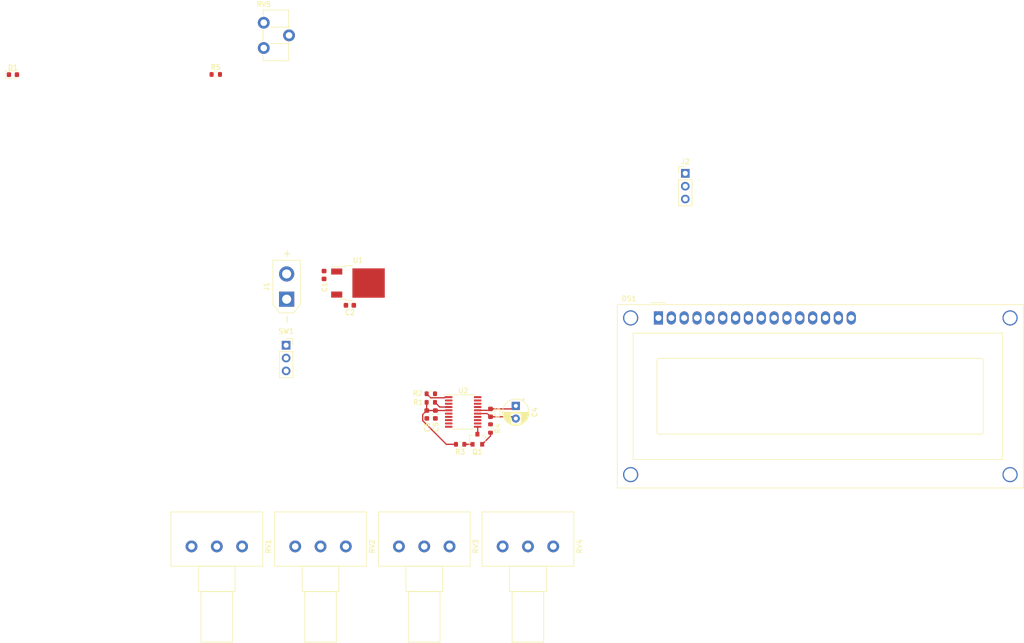
<source format=kicad_pcb>
(kicad_pcb (version 20171130) (host pcbnew 5.1.8-1.fc33)

  (general
    (thickness 1.6)
    (drawings 0)
    (tracks 28)
    (zones 0)
    (modules 24)
    (nets 29)
  )

  (page A4)
  (layers
    (0 F.Cu signal)
    (31 B.Cu signal)
    (32 B.Adhes user)
    (33 F.Adhes user)
    (34 B.Paste user)
    (35 F.Paste user)
    (36 B.SilkS user)
    (37 F.SilkS user)
    (38 B.Mask user)
    (39 F.Mask user)
    (40 Dwgs.User user)
    (41 Cmts.User user)
    (42 Eco1.User user)
    (43 Eco2.User user)
    (44 Edge.Cuts user)
    (45 Margin user)
    (46 B.CrtYd user)
    (47 F.CrtYd user)
    (48 B.Fab user)
    (49 F.Fab user)
  )

  (setup
    (last_trace_width 0.25)
    (trace_clearance 0.2)
    (zone_clearance 0.508)
    (zone_45_only no)
    (trace_min 0.2)
    (via_size 0.8)
    (via_drill 0.4)
    (via_min_size 0.4)
    (via_min_drill 0.3)
    (uvia_size 0.3)
    (uvia_drill 0.1)
    (uvias_allowed no)
    (uvia_min_size 0.2)
    (uvia_min_drill 0.1)
    (edge_width 0.05)
    (segment_width 0.2)
    (pcb_text_width 0.3)
    (pcb_text_size 1.5 1.5)
    (mod_edge_width 0.12)
    (mod_text_size 1 1)
    (mod_text_width 0.15)
    (pad_size 1.524 1.524)
    (pad_drill 0.762)
    (pad_to_mask_clearance 0)
    (aux_axis_origin 0 0)
    (visible_elements FFFFFF7F)
    (pcbplotparams
      (layerselection 0x010fc_ffffffff)
      (usegerberextensions false)
      (usegerberattributes true)
      (usegerberadvancedattributes true)
      (creategerberjobfile true)
      (excludeedgelayer true)
      (linewidth 0.100000)
      (plotframeref false)
      (viasonmask false)
      (mode 1)
      (useauxorigin false)
      (hpglpennumber 1)
      (hpglpenspeed 20)
      (hpglpendiameter 15.000000)
      (psnegative false)
      (psa4output false)
      (plotreference true)
      (plotvalue true)
      (plotinvisibletext false)
      (padsonsilk false)
      (subtractmaskfromsilk false)
      (outputformat 1)
      (mirror false)
      (drillshape 1)
      (scaleselection 1)
      (outputdirectory ""))
  )

  (net 0 "")
  (net 1 +5V)
  (net 2 GND)
  (net 3 +3V3)
  (net 4 "Net-(D1-Pad2)")
  (net 5 "Net-(DS1-Pad3)")
  (net 6 /DISP_RS)
  (net 7 /DISP_E)
  (net 8 "Net-(DS1-Pad7)")
  (net 9 "Net-(DS1-Pad8)")
  (net 10 "Net-(DS1-Pad9)")
  (net 11 "Net-(DS1-Pad10)")
  (net 12 /DISP_D4)
  (net 13 /DISP_D5)
  (net 14 /DISP_D6)
  (net 15 /DISP_D7)
  (net 16 "Net-(J2-Pad2)")
  (net 17 "Net-(Q1-Pad1)")
  (net 18 /SERVO)
  (net 19 /RST)
  (net 20 "Net-(R2-Pad1)")
  (net 21 "Net-(R5-Pad1)")
  (net 22 /SET)
  (net 23 /REG_P)
  (net 24 /REG_I)
  (net 25 /REG_D)
  (net 26 /REVERSE)
  (net 27 /SWDIO)
  (net 28 /SWDCLK)

  (net_class Default "This is the default net class."
    (clearance 0.2)
    (trace_width 0.25)
    (via_dia 0.8)
    (via_drill 0.4)
    (uvia_dia 0.3)
    (uvia_drill 0.1)
    (add_net +3V3)
    (add_net +5V)
    (add_net /DISP_D4)
    (add_net /DISP_D5)
    (add_net /DISP_D6)
    (add_net /DISP_D7)
    (add_net /DISP_E)
    (add_net /DISP_RS)
    (add_net /REG_D)
    (add_net /REG_I)
    (add_net /REG_P)
    (add_net /REVERSE)
    (add_net /RST)
    (add_net /SERVO)
    (add_net /SET)
    (add_net /SWDCLK)
    (add_net /SWDIO)
    (add_net GND)
    (add_net "Net-(D1-Pad2)")
    (add_net "Net-(DS1-Pad10)")
    (add_net "Net-(DS1-Pad3)")
    (add_net "Net-(DS1-Pad7)")
    (add_net "Net-(DS1-Pad8)")
    (add_net "Net-(DS1-Pad9)")
    (add_net "Net-(J2-Pad2)")
    (add_net "Net-(Q1-Pad1)")
    (add_net "Net-(R2-Pad1)")
    (add_net "Net-(R5-Pad1)")
  )

  (module Capacitor_SMD:C_0603_1608Metric (layer F.Cu) (tedit 5F68FEEE) (tstamp 61C7DB6A)
    (at 123.3 114.3 270)
    (descr "Capacitor SMD 0603 (1608 Metric), square (rectangular) end terminal, IPC_7351 nominal, (Body size source: IPC-SM-782 page 76, https://www.pcb-3d.com/wordpress/wp-content/uploads/ipc-sm-782a_amendment_1_and_2.pdf), generated with kicad-footprint-generator")
    (tags capacitor)
    (path /61C6CA89)
    (attr smd)
    (fp_text reference C1 (at 2.4 -0.1 90) (layer F.SilkS)
      (effects (font (size 1 1) (thickness 0.15)))
    )
    (fp_text value 105 (at 0 1.43 90) (layer F.Fab)
      (effects (font (size 1 1) (thickness 0.15)))
    )
    (fp_line (start 1.48 0.73) (end -1.48 0.73) (layer F.CrtYd) (width 0.05))
    (fp_line (start 1.48 -0.73) (end 1.48 0.73) (layer F.CrtYd) (width 0.05))
    (fp_line (start -1.48 -0.73) (end 1.48 -0.73) (layer F.CrtYd) (width 0.05))
    (fp_line (start -1.48 0.73) (end -1.48 -0.73) (layer F.CrtYd) (width 0.05))
    (fp_line (start -0.14058 0.51) (end 0.14058 0.51) (layer F.SilkS) (width 0.12))
    (fp_line (start -0.14058 -0.51) (end 0.14058 -0.51) (layer F.SilkS) (width 0.12))
    (fp_line (start 0.8 0.4) (end -0.8 0.4) (layer F.Fab) (width 0.1))
    (fp_line (start 0.8 -0.4) (end 0.8 0.4) (layer F.Fab) (width 0.1))
    (fp_line (start -0.8 -0.4) (end 0.8 -0.4) (layer F.Fab) (width 0.1))
    (fp_line (start -0.8 0.4) (end -0.8 -0.4) (layer F.Fab) (width 0.1))
    (fp_text user %R (at 0 0 90) (layer F.Fab)
      (effects (font (size 0.4 0.4) (thickness 0.06)))
    )
    (pad 1 smd roundrect (at -0.775 0 270) (size 0.9 0.95) (layers F.Cu F.Paste F.Mask) (roundrect_rratio 0.25)
      (net 1 +5V))
    (pad 2 smd roundrect (at 0.775 0 270) (size 0.9 0.95) (layers F.Cu F.Paste F.Mask) (roundrect_rratio 0.25)
      (net 2 GND))
    (model ${KISYS3DMOD}/Capacitor_SMD.3dshapes/C_0603_1608Metric.wrl
      (at (xyz 0 0 0))
      (scale (xyz 1 1 1))
      (rotate (xyz 0 0 0))
    )
  )

  (module Capacitor_SMD:C_0603_1608Metric (layer F.Cu) (tedit 5F68FEEE) (tstamp 61C7DB7B)
    (at 128.4 120.3 180)
    (descr "Capacitor SMD 0603 (1608 Metric), square (rectangular) end terminal, IPC_7351 nominal, (Body size source: IPC-SM-782 page 76, https://www.pcb-3d.com/wordpress/wp-content/uploads/ipc-sm-782a_amendment_1_and_2.pdf), generated with kicad-footprint-generator")
    (tags capacitor)
    (path /61C6E840)
    (attr smd)
    (fp_text reference C2 (at 0 -1.43) (layer F.SilkS)
      (effects (font (size 1 1) (thickness 0.15)))
    )
    (fp_text value 104 (at 0 1.43) (layer F.Fab)
      (effects (font (size 1 1) (thickness 0.15)))
    )
    (fp_text user %R (at 0 0) (layer F.Fab)
      (effects (font (size 0.4 0.4) (thickness 0.06)))
    )
    (fp_line (start -0.8 0.4) (end -0.8 -0.4) (layer F.Fab) (width 0.1))
    (fp_line (start -0.8 -0.4) (end 0.8 -0.4) (layer F.Fab) (width 0.1))
    (fp_line (start 0.8 -0.4) (end 0.8 0.4) (layer F.Fab) (width 0.1))
    (fp_line (start 0.8 0.4) (end -0.8 0.4) (layer F.Fab) (width 0.1))
    (fp_line (start -0.14058 -0.51) (end 0.14058 -0.51) (layer F.SilkS) (width 0.12))
    (fp_line (start -0.14058 0.51) (end 0.14058 0.51) (layer F.SilkS) (width 0.12))
    (fp_line (start -1.48 0.73) (end -1.48 -0.73) (layer F.CrtYd) (width 0.05))
    (fp_line (start -1.48 -0.73) (end 1.48 -0.73) (layer F.CrtYd) (width 0.05))
    (fp_line (start 1.48 -0.73) (end 1.48 0.73) (layer F.CrtYd) (width 0.05))
    (fp_line (start 1.48 0.73) (end -1.48 0.73) (layer F.CrtYd) (width 0.05))
    (pad 2 smd roundrect (at 0.775 0 180) (size 0.9 0.95) (layers F.Cu F.Paste F.Mask) (roundrect_rratio 0.25)
      (net 2 GND))
    (pad 1 smd roundrect (at -0.775 0 180) (size 0.9 0.95) (layers F.Cu F.Paste F.Mask) (roundrect_rratio 0.25)
      (net 3 +3V3))
    (model ${KISYS3DMOD}/Capacitor_SMD.3dshapes/C_0603_1608Metric.wrl
      (at (xyz 0 0 0))
      (scale (xyz 1 1 1))
      (rotate (xyz 0 0 0))
    )
  )

  (module Capacitor_SMD:C_0603_1608Metric (layer F.Cu) (tedit 5F68FEEE) (tstamp 61C7DB8C)
    (at 156.2 141.575 270)
    (descr "Capacitor SMD 0603 (1608 Metric), square (rectangular) end terminal, IPC_7351 nominal, (Body size source: IPC-SM-782 page 76, https://www.pcb-3d.com/wordpress/wp-content/uploads/ipc-sm-782a_amendment_1_and_2.pdf), generated with kicad-footprint-generator")
    (tags capacitor)
    (path /61C5EA78)
    (attr smd)
    (fp_text reference C3 (at 0 -1.43 90) (layer F.SilkS)
      (effects (font (size 1 1) (thickness 0.15)))
    )
    (fp_text value 104 (at 0 1.43 90) (layer F.Fab)
      (effects (font (size 1 1) (thickness 0.15)))
    )
    (fp_line (start 1.48 0.73) (end -1.48 0.73) (layer F.CrtYd) (width 0.05))
    (fp_line (start 1.48 -0.73) (end 1.48 0.73) (layer F.CrtYd) (width 0.05))
    (fp_line (start -1.48 -0.73) (end 1.48 -0.73) (layer F.CrtYd) (width 0.05))
    (fp_line (start -1.48 0.73) (end -1.48 -0.73) (layer F.CrtYd) (width 0.05))
    (fp_line (start -0.14058 0.51) (end 0.14058 0.51) (layer F.SilkS) (width 0.12))
    (fp_line (start -0.14058 -0.51) (end 0.14058 -0.51) (layer F.SilkS) (width 0.12))
    (fp_line (start 0.8 0.4) (end -0.8 0.4) (layer F.Fab) (width 0.1))
    (fp_line (start 0.8 -0.4) (end 0.8 0.4) (layer F.Fab) (width 0.1))
    (fp_line (start -0.8 -0.4) (end 0.8 -0.4) (layer F.Fab) (width 0.1))
    (fp_line (start -0.8 0.4) (end -0.8 -0.4) (layer F.Fab) (width 0.1))
    (fp_text user %R (at 0 0 90) (layer F.Fab)
      (effects (font (size 0.4 0.4) (thickness 0.06)))
    )
    (pad 1 smd roundrect (at -0.775 0 270) (size 0.9 0.95) (layers F.Cu F.Paste F.Mask) (roundrect_rratio 0.25)
      (net 3 +3V3))
    (pad 2 smd roundrect (at 0.775 0 270) (size 0.9 0.95) (layers F.Cu F.Paste F.Mask) (roundrect_rratio 0.25)
      (net 2 GND))
    (model ${KISYS3DMOD}/Capacitor_SMD.3dshapes/C_0603_1608Metric.wrl
      (at (xyz 0 0 0))
      (scale (xyz 1 1 1))
      (rotate (xyz 0 0 0))
    )
  )

  (module Capacitor_THT:CP_Radial_D5.0mm_P2.50mm (layer F.Cu) (tedit 5AE50EF0) (tstamp 61C7DC10)
    (at 161.2 140.2 270)
    (descr "CP, Radial series, Radial, pin pitch=2.50mm, , diameter=5mm, Electrolytic Capacitor")
    (tags "CP Radial series Radial pin pitch 2.50mm  diameter 5mm Electrolytic Capacitor")
    (path /61C62A54)
    (fp_text reference C4 (at 1.25 -3.75 90) (layer F.SilkS)
      (effects (font (size 1 1) (thickness 0.15)))
    )
    (fp_text value 106 (at 1.25 3.75 90) (layer F.Fab)
      (effects (font (size 1 1) (thickness 0.15)))
    )
    (fp_line (start -1.304775 -1.725) (end -1.304775 -1.225) (layer F.SilkS) (width 0.12))
    (fp_line (start -1.554775 -1.475) (end -1.054775 -1.475) (layer F.SilkS) (width 0.12))
    (fp_line (start 3.851 -0.284) (end 3.851 0.284) (layer F.SilkS) (width 0.12))
    (fp_line (start 3.811 -0.518) (end 3.811 0.518) (layer F.SilkS) (width 0.12))
    (fp_line (start 3.771 -0.677) (end 3.771 0.677) (layer F.SilkS) (width 0.12))
    (fp_line (start 3.731 -0.805) (end 3.731 0.805) (layer F.SilkS) (width 0.12))
    (fp_line (start 3.691 -0.915) (end 3.691 0.915) (layer F.SilkS) (width 0.12))
    (fp_line (start 3.651 -1.011) (end 3.651 1.011) (layer F.SilkS) (width 0.12))
    (fp_line (start 3.611 -1.098) (end 3.611 1.098) (layer F.SilkS) (width 0.12))
    (fp_line (start 3.571 -1.178) (end 3.571 1.178) (layer F.SilkS) (width 0.12))
    (fp_line (start 3.531 1.04) (end 3.531 1.251) (layer F.SilkS) (width 0.12))
    (fp_line (start 3.531 -1.251) (end 3.531 -1.04) (layer F.SilkS) (width 0.12))
    (fp_line (start 3.491 1.04) (end 3.491 1.319) (layer F.SilkS) (width 0.12))
    (fp_line (start 3.491 -1.319) (end 3.491 -1.04) (layer F.SilkS) (width 0.12))
    (fp_line (start 3.451 1.04) (end 3.451 1.383) (layer F.SilkS) (width 0.12))
    (fp_line (start 3.451 -1.383) (end 3.451 -1.04) (layer F.SilkS) (width 0.12))
    (fp_line (start 3.411 1.04) (end 3.411 1.443) (layer F.SilkS) (width 0.12))
    (fp_line (start 3.411 -1.443) (end 3.411 -1.04) (layer F.SilkS) (width 0.12))
    (fp_line (start 3.371 1.04) (end 3.371 1.5) (layer F.SilkS) (width 0.12))
    (fp_line (start 3.371 -1.5) (end 3.371 -1.04) (layer F.SilkS) (width 0.12))
    (fp_line (start 3.331 1.04) (end 3.331 1.554) (layer F.SilkS) (width 0.12))
    (fp_line (start 3.331 -1.554) (end 3.331 -1.04) (layer F.SilkS) (width 0.12))
    (fp_line (start 3.291 1.04) (end 3.291 1.605) (layer F.SilkS) (width 0.12))
    (fp_line (start 3.291 -1.605) (end 3.291 -1.04) (layer F.SilkS) (width 0.12))
    (fp_line (start 3.251 1.04) (end 3.251 1.653) (layer F.SilkS) (width 0.12))
    (fp_line (start 3.251 -1.653) (end 3.251 -1.04) (layer F.SilkS) (width 0.12))
    (fp_line (start 3.211 1.04) (end 3.211 1.699) (layer F.SilkS) (width 0.12))
    (fp_line (start 3.211 -1.699) (end 3.211 -1.04) (layer F.SilkS) (width 0.12))
    (fp_line (start 3.171 1.04) (end 3.171 1.743) (layer F.SilkS) (width 0.12))
    (fp_line (start 3.171 -1.743) (end 3.171 -1.04) (layer F.SilkS) (width 0.12))
    (fp_line (start 3.131 1.04) (end 3.131 1.785) (layer F.SilkS) (width 0.12))
    (fp_line (start 3.131 -1.785) (end 3.131 -1.04) (layer F.SilkS) (width 0.12))
    (fp_line (start 3.091 1.04) (end 3.091 1.826) (layer F.SilkS) (width 0.12))
    (fp_line (start 3.091 -1.826) (end 3.091 -1.04) (layer F.SilkS) (width 0.12))
    (fp_line (start 3.051 1.04) (end 3.051 1.864) (layer F.SilkS) (width 0.12))
    (fp_line (start 3.051 -1.864) (end 3.051 -1.04) (layer F.SilkS) (width 0.12))
    (fp_line (start 3.011 1.04) (end 3.011 1.901) (layer F.SilkS) (width 0.12))
    (fp_line (start 3.011 -1.901) (end 3.011 -1.04) (layer F.SilkS) (width 0.12))
    (fp_line (start 2.971 1.04) (end 2.971 1.937) (layer F.SilkS) (width 0.12))
    (fp_line (start 2.971 -1.937) (end 2.971 -1.04) (layer F.SilkS) (width 0.12))
    (fp_line (start 2.931 1.04) (end 2.931 1.971) (layer F.SilkS) (width 0.12))
    (fp_line (start 2.931 -1.971) (end 2.931 -1.04) (layer F.SilkS) (width 0.12))
    (fp_line (start 2.891 1.04) (end 2.891 2.004) (layer F.SilkS) (width 0.12))
    (fp_line (start 2.891 -2.004) (end 2.891 -1.04) (layer F.SilkS) (width 0.12))
    (fp_line (start 2.851 1.04) (end 2.851 2.035) (layer F.SilkS) (width 0.12))
    (fp_line (start 2.851 -2.035) (end 2.851 -1.04) (layer F.SilkS) (width 0.12))
    (fp_line (start 2.811 1.04) (end 2.811 2.065) (layer F.SilkS) (width 0.12))
    (fp_line (start 2.811 -2.065) (end 2.811 -1.04) (layer F.SilkS) (width 0.12))
    (fp_line (start 2.771 1.04) (end 2.771 2.095) (layer F.SilkS) (width 0.12))
    (fp_line (start 2.771 -2.095) (end 2.771 -1.04) (layer F.SilkS) (width 0.12))
    (fp_line (start 2.731 1.04) (end 2.731 2.122) (layer F.SilkS) (width 0.12))
    (fp_line (start 2.731 -2.122) (end 2.731 -1.04) (layer F.SilkS) (width 0.12))
    (fp_line (start 2.691 1.04) (end 2.691 2.149) (layer F.SilkS) (width 0.12))
    (fp_line (start 2.691 -2.149) (end 2.691 -1.04) (layer F.SilkS) (width 0.12))
    (fp_line (start 2.651 1.04) (end 2.651 2.175) (layer F.SilkS) (width 0.12))
    (fp_line (start 2.651 -2.175) (end 2.651 -1.04) (layer F.SilkS) (width 0.12))
    (fp_line (start 2.611 1.04) (end 2.611 2.2) (layer F.SilkS) (width 0.12))
    (fp_line (start 2.611 -2.2) (end 2.611 -1.04) (layer F.SilkS) (width 0.12))
    (fp_line (start 2.571 1.04) (end 2.571 2.224) (layer F.SilkS) (width 0.12))
    (fp_line (start 2.571 -2.224) (end 2.571 -1.04) (layer F.SilkS) (width 0.12))
    (fp_line (start 2.531 1.04) (end 2.531 2.247) (layer F.SilkS) (width 0.12))
    (fp_line (start 2.531 -2.247) (end 2.531 -1.04) (layer F.SilkS) (width 0.12))
    (fp_line (start 2.491 1.04) (end 2.491 2.268) (layer F.SilkS) (width 0.12))
    (fp_line (start 2.491 -2.268) (end 2.491 -1.04) (layer F.SilkS) (width 0.12))
    (fp_line (start 2.451 1.04) (end 2.451 2.29) (layer F.SilkS) (width 0.12))
    (fp_line (start 2.451 -2.29) (end 2.451 -1.04) (layer F.SilkS) (width 0.12))
    (fp_line (start 2.411 1.04) (end 2.411 2.31) (layer F.SilkS) (width 0.12))
    (fp_line (start 2.411 -2.31) (end 2.411 -1.04) (layer F.SilkS) (width 0.12))
    (fp_line (start 2.371 1.04) (end 2.371 2.329) (layer F.SilkS) (width 0.12))
    (fp_line (start 2.371 -2.329) (end 2.371 -1.04) (layer F.SilkS) (width 0.12))
    (fp_line (start 2.331 1.04) (end 2.331 2.348) (layer F.SilkS) (width 0.12))
    (fp_line (start 2.331 -2.348) (end 2.331 -1.04) (layer F.SilkS) (width 0.12))
    (fp_line (start 2.291 1.04) (end 2.291 2.365) (layer F.SilkS) (width 0.12))
    (fp_line (start 2.291 -2.365) (end 2.291 -1.04) (layer F.SilkS) (width 0.12))
    (fp_line (start 2.251 1.04) (end 2.251 2.382) (layer F.SilkS) (width 0.12))
    (fp_line (start 2.251 -2.382) (end 2.251 -1.04) (layer F.SilkS) (width 0.12))
    (fp_line (start 2.211 1.04) (end 2.211 2.398) (layer F.SilkS) (width 0.12))
    (fp_line (start 2.211 -2.398) (end 2.211 -1.04) (layer F.SilkS) (width 0.12))
    (fp_line (start 2.171 1.04) (end 2.171 2.414) (layer F.SilkS) (width 0.12))
    (fp_line (start 2.171 -2.414) (end 2.171 -1.04) (layer F.SilkS) (width 0.12))
    (fp_line (start 2.131 1.04) (end 2.131 2.428) (layer F.SilkS) (width 0.12))
    (fp_line (start 2.131 -2.428) (end 2.131 -1.04) (layer F.SilkS) (width 0.12))
    (fp_line (start 2.091 1.04) (end 2.091 2.442) (layer F.SilkS) (width 0.12))
    (fp_line (start 2.091 -2.442) (end 2.091 -1.04) (layer F.SilkS) (width 0.12))
    (fp_line (start 2.051 1.04) (end 2.051 2.455) (layer F.SilkS) (width 0.12))
    (fp_line (start 2.051 -2.455) (end 2.051 -1.04) (layer F.SilkS) (width 0.12))
    (fp_line (start 2.011 1.04) (end 2.011 2.468) (layer F.SilkS) (width 0.12))
    (fp_line (start 2.011 -2.468) (end 2.011 -1.04) (layer F.SilkS) (width 0.12))
    (fp_line (start 1.971 1.04) (end 1.971 2.48) (layer F.SilkS) (width 0.12))
    (fp_line (start 1.971 -2.48) (end 1.971 -1.04) (layer F.SilkS) (width 0.12))
    (fp_line (start 1.93 1.04) (end 1.93 2.491) (layer F.SilkS) (width 0.12))
    (fp_line (start 1.93 -2.491) (end 1.93 -1.04) (layer F.SilkS) (width 0.12))
    (fp_line (start 1.89 1.04) (end 1.89 2.501) (layer F.SilkS) (width 0.12))
    (fp_line (start 1.89 -2.501) (end 1.89 -1.04) (layer F.SilkS) (width 0.12))
    (fp_line (start 1.85 1.04) (end 1.85 2.511) (layer F.SilkS) (width 0.12))
    (fp_line (start 1.85 -2.511) (end 1.85 -1.04) (layer F.SilkS) (width 0.12))
    (fp_line (start 1.81 1.04) (end 1.81 2.52) (layer F.SilkS) (width 0.12))
    (fp_line (start 1.81 -2.52) (end 1.81 -1.04) (layer F.SilkS) (width 0.12))
    (fp_line (start 1.77 1.04) (end 1.77 2.528) (layer F.SilkS) (width 0.12))
    (fp_line (start 1.77 -2.528) (end 1.77 -1.04) (layer F.SilkS) (width 0.12))
    (fp_line (start 1.73 1.04) (end 1.73 2.536) (layer F.SilkS) (width 0.12))
    (fp_line (start 1.73 -2.536) (end 1.73 -1.04) (layer F.SilkS) (width 0.12))
    (fp_line (start 1.69 1.04) (end 1.69 2.543) (layer F.SilkS) (width 0.12))
    (fp_line (start 1.69 -2.543) (end 1.69 -1.04) (layer F.SilkS) (width 0.12))
    (fp_line (start 1.65 1.04) (end 1.65 2.55) (layer F.SilkS) (width 0.12))
    (fp_line (start 1.65 -2.55) (end 1.65 -1.04) (layer F.SilkS) (width 0.12))
    (fp_line (start 1.61 1.04) (end 1.61 2.556) (layer F.SilkS) (width 0.12))
    (fp_line (start 1.61 -2.556) (end 1.61 -1.04) (layer F.SilkS) (width 0.12))
    (fp_line (start 1.57 1.04) (end 1.57 2.561) (layer F.SilkS) (width 0.12))
    (fp_line (start 1.57 -2.561) (end 1.57 -1.04) (layer F.SilkS) (width 0.12))
    (fp_line (start 1.53 1.04) (end 1.53 2.565) (layer F.SilkS) (width 0.12))
    (fp_line (start 1.53 -2.565) (end 1.53 -1.04) (layer F.SilkS) (width 0.12))
    (fp_line (start 1.49 1.04) (end 1.49 2.569) (layer F.SilkS) (width 0.12))
    (fp_line (start 1.49 -2.569) (end 1.49 -1.04) (layer F.SilkS) (width 0.12))
    (fp_line (start 1.45 -2.573) (end 1.45 2.573) (layer F.SilkS) (width 0.12))
    (fp_line (start 1.41 -2.576) (end 1.41 2.576) (layer F.SilkS) (width 0.12))
    (fp_line (start 1.37 -2.578) (end 1.37 2.578) (layer F.SilkS) (width 0.12))
    (fp_line (start 1.33 -2.579) (end 1.33 2.579) (layer F.SilkS) (width 0.12))
    (fp_line (start 1.29 -2.58) (end 1.29 2.58) (layer F.SilkS) (width 0.12))
    (fp_line (start 1.25 -2.58) (end 1.25 2.58) (layer F.SilkS) (width 0.12))
    (fp_line (start -0.633605 -1.3375) (end -0.633605 -0.8375) (layer F.Fab) (width 0.1))
    (fp_line (start -0.883605 -1.0875) (end -0.383605 -1.0875) (layer F.Fab) (width 0.1))
    (fp_circle (center 1.25 0) (end 4 0) (layer F.CrtYd) (width 0.05))
    (fp_circle (center 1.25 0) (end 3.87 0) (layer F.SilkS) (width 0.12))
    (fp_circle (center 1.25 0) (end 3.75 0) (layer F.Fab) (width 0.1))
    (fp_text user %R (at 1.25 0 90) (layer F.Fab)
      (effects (font (size 1 1) (thickness 0.15)))
    )
    (pad 1 thru_hole rect (at 0 0 270) (size 1.6 1.6) (drill 0.8) (layers *.Cu *.Mask)
      (net 3 +3V3))
    (pad 2 thru_hole circle (at 2.5 0 270) (size 1.6 1.6) (drill 0.8) (layers *.Cu *.Mask)
      (net 2 GND))
    (model ${KISYS3DMOD}/Capacitor_THT.3dshapes/CP_Radial_D5.0mm_P2.50mm.wrl
      (at (xyz 0 0 0))
      (scale (xyz 1 1 1))
      (rotate (xyz 0 0 0))
    )
  )

  (module Capacitor_SMD:C_0603_1608Metric (layer F.Cu) (tedit 5F68FEEE) (tstamp 61C7DC21)
    (at 145.3 141.9 90)
    (descr "Capacitor SMD 0603 (1608 Metric), square (rectangular) end terminal, IPC_7351 nominal, (Body size source: IPC-SM-782 page 76, https://www.pcb-3d.com/wordpress/wp-content/uploads/ipc-sm-782a_amendment_1_and_2.pdf), generated with kicad-footprint-generator")
    (tags capacitor)
    (path /61C5CF92)
    (attr smd)
    (fp_text reference C5 (at -2.5 0.1 90) (layer F.SilkS)
      (effects (font (size 1 1) (thickness 0.15)))
    )
    (fp_text value 104 (at 0 1.43 90) (layer F.Fab)
      (effects (font (size 1 1) (thickness 0.15)))
    )
    (fp_text user %R (at 0 0 90) (layer F.Fab)
      (effects (font (size 0.4 0.4) (thickness 0.06)))
    )
    (fp_line (start -0.8 0.4) (end -0.8 -0.4) (layer F.Fab) (width 0.1))
    (fp_line (start -0.8 -0.4) (end 0.8 -0.4) (layer F.Fab) (width 0.1))
    (fp_line (start 0.8 -0.4) (end 0.8 0.4) (layer F.Fab) (width 0.1))
    (fp_line (start 0.8 0.4) (end -0.8 0.4) (layer F.Fab) (width 0.1))
    (fp_line (start -0.14058 -0.51) (end 0.14058 -0.51) (layer F.SilkS) (width 0.12))
    (fp_line (start -0.14058 0.51) (end 0.14058 0.51) (layer F.SilkS) (width 0.12))
    (fp_line (start -1.48 0.73) (end -1.48 -0.73) (layer F.CrtYd) (width 0.05))
    (fp_line (start -1.48 -0.73) (end 1.48 -0.73) (layer F.CrtYd) (width 0.05))
    (fp_line (start 1.48 -0.73) (end 1.48 0.73) (layer F.CrtYd) (width 0.05))
    (fp_line (start 1.48 0.73) (end -1.48 0.73) (layer F.CrtYd) (width 0.05))
    (pad 2 smd roundrect (at 0.775 0 90) (size 0.9 0.95) (layers F.Cu F.Paste F.Mask) (roundrect_rratio 0.25)
      (net 3 +3V3))
    (pad 1 smd roundrect (at -0.775 0 90) (size 0.9 0.95) (layers F.Cu F.Paste F.Mask) (roundrect_rratio 0.25)
      (net 2 GND))
    (model ${KISYS3DMOD}/Capacitor_SMD.3dshapes/C_0603_1608Metric.wrl
      (at (xyz 0 0 0))
      (scale (xyz 1 1 1))
      (rotate (xyz 0 0 0))
    )
  )

  (module Capacitor_SMD:C_0603_1608Metric (layer F.Cu) (tedit 5F68FEEE) (tstamp 61C7DC32)
    (at 143.6 141.9 270)
    (descr "Capacitor SMD 0603 (1608 Metric), square (rectangular) end terminal, IPC_7351 nominal, (Body size source: IPC-SM-782 page 76, https://www.pcb-3d.com/wordpress/wp-content/uploads/ipc-sm-782a_amendment_1_and_2.pdf), generated with kicad-footprint-generator")
    (tags capacitor)
    (path /61C5BC95)
    (attr smd)
    (fp_text reference C6 (at 2.5 -0.1 90) (layer F.SilkS)
      (effects (font (size 1 1) (thickness 0.15)))
    )
    (fp_text value 105 (at 0 1.43 90) (layer F.Fab)
      (effects (font (size 1 1) (thickness 0.15)))
    )
    (fp_line (start 1.48 0.73) (end -1.48 0.73) (layer F.CrtYd) (width 0.05))
    (fp_line (start 1.48 -0.73) (end 1.48 0.73) (layer F.CrtYd) (width 0.05))
    (fp_line (start -1.48 -0.73) (end 1.48 -0.73) (layer F.CrtYd) (width 0.05))
    (fp_line (start -1.48 0.73) (end -1.48 -0.73) (layer F.CrtYd) (width 0.05))
    (fp_line (start -0.14058 0.51) (end 0.14058 0.51) (layer F.SilkS) (width 0.12))
    (fp_line (start -0.14058 -0.51) (end 0.14058 -0.51) (layer F.SilkS) (width 0.12))
    (fp_line (start 0.8 0.4) (end -0.8 0.4) (layer F.Fab) (width 0.1))
    (fp_line (start 0.8 -0.4) (end 0.8 0.4) (layer F.Fab) (width 0.1))
    (fp_line (start -0.8 -0.4) (end 0.8 -0.4) (layer F.Fab) (width 0.1))
    (fp_line (start -0.8 0.4) (end -0.8 -0.4) (layer F.Fab) (width 0.1))
    (fp_text user %R (at 0 0 90) (layer F.Fab)
      (effects (font (size 0.4 0.4) (thickness 0.06)))
    )
    (pad 1 smd roundrect (at -0.775 0 270) (size 0.9 0.95) (layers F.Cu F.Paste F.Mask) (roundrect_rratio 0.25)
      (net 3 +3V3))
    (pad 2 smd roundrect (at 0.775 0 270) (size 0.9 0.95) (layers F.Cu F.Paste F.Mask) (roundrect_rratio 0.25)
      (net 2 GND))
    (model ${KISYS3DMOD}/Capacitor_SMD.3dshapes/C_0603_1608Metric.wrl
      (at (xyz 0 0 0))
      (scale (xyz 1 1 1))
      (rotate (xyz 0 0 0))
    )
  )

  (module LED_SMD:LED_0603_1608Metric (layer F.Cu) (tedit 5F68FEF1) (tstamp 61C7DC45)
    (at 61.795001 74.675001)
    (descr "LED SMD 0603 (1608 Metric), square (rectangular) end terminal, IPC_7351 nominal, (Body size source: http://www.tortai-tech.com/upload/download/2011102023233369053.pdf), generated with kicad-footprint-generator")
    (tags LED)
    (path /61C94F87)
    (attr smd)
    (fp_text reference D1 (at 0 -1.43) (layer F.SilkS)
      (effects (font (size 1 1) (thickness 0.15)))
    )
    (fp_text value GREEN (at 0 1.43) (layer F.Fab)
      (effects (font (size 1 1) (thickness 0.15)))
    )
    (fp_line (start 1.48 0.73) (end -1.48 0.73) (layer F.CrtYd) (width 0.05))
    (fp_line (start 1.48 -0.73) (end 1.48 0.73) (layer F.CrtYd) (width 0.05))
    (fp_line (start -1.48 -0.73) (end 1.48 -0.73) (layer F.CrtYd) (width 0.05))
    (fp_line (start -1.48 0.73) (end -1.48 -0.73) (layer F.CrtYd) (width 0.05))
    (fp_line (start -1.485 0.735) (end 0.8 0.735) (layer F.SilkS) (width 0.12))
    (fp_line (start -1.485 -0.735) (end -1.485 0.735) (layer F.SilkS) (width 0.12))
    (fp_line (start 0.8 -0.735) (end -1.485 -0.735) (layer F.SilkS) (width 0.12))
    (fp_line (start 0.8 0.4) (end 0.8 -0.4) (layer F.Fab) (width 0.1))
    (fp_line (start -0.8 0.4) (end 0.8 0.4) (layer F.Fab) (width 0.1))
    (fp_line (start -0.8 -0.1) (end -0.8 0.4) (layer F.Fab) (width 0.1))
    (fp_line (start -0.5 -0.4) (end -0.8 -0.1) (layer F.Fab) (width 0.1))
    (fp_line (start 0.8 -0.4) (end -0.5 -0.4) (layer F.Fab) (width 0.1))
    (fp_text user %R (at 0 0) (layer F.Fab)
      (effects (font (size 0.4 0.4) (thickness 0.06)))
    )
    (pad 1 smd roundrect (at -0.7875 0) (size 0.875 0.95) (layers F.Cu F.Paste F.Mask) (roundrect_rratio 0.25)
      (net 2 GND))
    (pad 2 smd roundrect (at 0.7875 0) (size 0.875 0.95) (layers F.Cu F.Paste F.Mask) (roundrect_rratio 0.25)
      (net 4 "Net-(D1-Pad2)"))
    (model ${KISYS3DMOD}/LED_SMD.3dshapes/LED_0603_1608Metric.wrl
      (at (xyz 0 0 0))
      (scale (xyz 1 1 1))
      (rotate (xyz 0 0 0))
    )
  )

  (module Display:WC1602A (layer F.Cu) (tedit 5A02FE80) (tstamp 61C7DC7B)
    (at 189.4 122.8)
    (descr "LCD 16x2 http://www.wincomlcd.com/pdf/WC1602A-SFYLYHTC06.pdf")
    (tags "LCD 16x2 Alphanumeric 16pin")
    (path /61C8738D)
    (fp_text reference DS1 (at -5.82 -3.81) (layer F.SilkS)
      (effects (font (size 1 1) (thickness 0.15)))
    )
    (fp_text value WC1602A (at -4.31 34.66) (layer F.Fab)
      (effects (font (size 1 1) (thickness 0.15)))
    )
    (fp_line (start -8 33.5) (end -8 -2.5) (layer F.Fab) (width 0.1))
    (fp_line (start 72 33.5) (end -8 33.5) (layer F.Fab) (width 0.1))
    (fp_line (start 72 -2.5) (end 72 33.5) (layer F.Fab) (width 0.1))
    (fp_line (start 1 -2.5) (end 72 -2.5) (layer F.Fab) (width 0.1))
    (fp_line (start -5 28) (end -5 3) (layer F.SilkS) (width 0.12))
    (fp_line (start 68 28) (end -5 28) (layer F.SilkS) (width 0.12))
    (fp_line (start 68 3) (end 68 28) (layer F.SilkS) (width 0.12))
    (fp_line (start -5 3) (end 68 3) (layer F.SilkS) (width 0.12))
    (fp_line (start 64.2 8.5) (end 64.2 22.5) (layer F.SilkS) (width 0.12))
    (fp_line (start 63.70066 23) (end 0.2 23) (layer F.SilkS) (width 0.12))
    (fp_line (start -0.29972 22.49932) (end -0.29972 8.5) (layer F.SilkS) (width 0.12))
    (fp_line (start 0.2 8) (end 63.7 8) (layer F.SilkS) (width 0.12))
    (fp_line (start -1 -2.5) (end -8 -2.5) (layer F.Fab) (width 0.1))
    (fp_line (start 0 -1.5) (end -1 -2.5) (layer F.Fab) (width 0.1))
    (fp_line (start 1 -2.5) (end 0 -1.5) (layer F.Fab) (width 0.1))
    (fp_line (start -8.25 -2.75) (end 72.25 -2.75) (layer F.CrtYd) (width 0.05))
    (fp_line (start -1.5 -3) (end 1.5 -3) (layer F.SilkS) (width 0.12))
    (fp_line (start 72.25 -2.75) (end 72.25 33.75) (layer F.CrtYd) (width 0.05))
    (fp_line (start -8.25 33.75) (end 72.25 33.75) (layer F.CrtYd) (width 0.05))
    (fp_line (start -8.25 -2.75) (end -8.25 33.75) (layer F.CrtYd) (width 0.05))
    (fp_line (start -8.13 -2.64) (end -7.34 -2.64) (layer F.SilkS) (width 0.12))
    (fp_line (start -8.14 -2.64) (end -8.14 33.64) (layer F.SilkS) (width 0.12))
    (fp_line (start 72.14 -2.64) (end -7.34 -2.64) (layer F.SilkS) (width 0.12))
    (fp_line (start 72.14 33.64) (end 72.14 -2.64) (layer F.SilkS) (width 0.12))
    (fp_line (start -8.14 33.64) (end 72.14 33.64) (layer F.SilkS) (width 0.12))
    (fp_text user %R (at 30.37 14.74) (layer F.Fab)
      (effects (font (size 1 1) (thickness 0.1)))
    )
    (fp_arc (start 63.7 8.5) (end 63.7 8) (angle 90) (layer F.SilkS) (width 0.12))
    (fp_arc (start 63.70066 22.49932) (end 64.20104 22.49932) (angle 90) (layer F.SilkS) (width 0.12))
    (fp_arc (start 0.20066 22.49932) (end 0.20066 22.9997) (angle 90) (layer F.SilkS) (width 0.12))
    (fp_arc (start 0.20066 8.49884) (end -0.29972 8.49884) (angle 90) (layer F.SilkS) (width 0.12))
    (pad 1 thru_hole rect (at 0 0) (size 1.8 2.6) (drill 1.2) (layers *.Cu *.Mask)
      (net 2 GND))
    (pad 2 thru_hole oval (at 2.54 0) (size 1.8 2.6) (drill 1.2) (layers *.Cu *.Mask)
      (net 1 +5V))
    (pad 3 thru_hole oval (at 5.08 0) (size 1.8 2.6) (drill 1.2) (layers *.Cu *.Mask)
      (net 5 "Net-(DS1-Pad3)"))
    (pad 4 thru_hole oval (at 7.62 0) (size 1.8 2.6) (drill 1.2) (layers *.Cu *.Mask)
      (net 6 /DISP_RS))
    (pad 5 thru_hole oval (at 10.16 0) (size 1.8 2.6) (drill 1.2) (layers *.Cu *.Mask)
      (net 2 GND))
    (pad 6 thru_hole oval (at 12.7 0) (size 1.8 2.6) (drill 1.2) (layers *.Cu *.Mask)
      (net 7 /DISP_E))
    (pad 7 thru_hole oval (at 15.24 0) (size 1.8 2.6) (drill 1.2) (layers *.Cu *.Mask)
      (net 8 "Net-(DS1-Pad7)"))
    (pad 8 thru_hole oval (at 17.78 0) (size 1.8 2.6) (drill 1.2) (layers *.Cu *.Mask)
      (net 9 "Net-(DS1-Pad8)"))
    (pad 9 thru_hole oval (at 20.32 0) (size 1.8 2.6) (drill 1.2) (layers *.Cu *.Mask)
      (net 10 "Net-(DS1-Pad9)"))
    (pad 10 thru_hole oval (at 22.86 0) (size 1.8 2.6) (drill 1.2) (layers *.Cu *.Mask)
      (net 11 "Net-(DS1-Pad10)"))
    (pad 11 thru_hole oval (at 25.4 0) (size 1.8 2.6) (drill 1.2) (layers *.Cu *.Mask)
      (net 12 /DISP_D4))
    (pad 12 thru_hole oval (at 27.94 0) (size 1.8 2.6) (drill 1.2) (layers *.Cu *.Mask)
      (net 13 /DISP_D5))
    (pad 13 thru_hole oval (at 30.48 0) (size 1.8 2.6) (drill 1.2) (layers *.Cu *.Mask)
      (net 14 /DISP_D6))
    (pad 14 thru_hole oval (at 33.02 0) (size 1.8 2.6) (drill 1.2) (layers *.Cu *.Mask)
      (net 15 /DISP_D7))
    (pad 15 thru_hole oval (at 35.56 0) (size 1.8 2.6) (drill 1.2) (layers *.Cu *.Mask)
      (net 1 +5V))
    (pad 16 thru_hole oval (at 38.1 0) (size 1.8 2.6) (drill 1.2) (layers *.Cu *.Mask)
      (net 2 GND))
    (pad "" thru_hole circle (at -5.4991 0) (size 3 3) (drill 2.5) (layers *.Cu *.Mask))
    (pad "" thru_hole circle (at -5.4991 31.0007) (size 3 3) (drill 2.5) (layers *.Cu *.Mask))
    (pad "" thru_hole circle (at 69.49948 31.0007) (size 3 3) (drill 2.5) (layers *.Cu *.Mask))
    (pad "" thru_hole circle (at 69.5 0) (size 3 3) (drill 2.5) (layers *.Cu *.Mask))
    (model ${KISYS3DMOD}/Display.3dshapes/WC1602A.wrl
      (at (xyz 0 0 0))
      (scale (xyz 1 1 1))
      (rotate (xyz 0 0 0))
    )
  )

  (module Connector_AMASS:AMASS_XT30UPB-F_1x02_P5.0mm_Vertical (layer F.Cu) (tedit 5C8E9B79) (tstamp 61C7E712)
    (at 115.9 119.1 90)
    (descr "Connector XT30 Vertical PCB Female, https://www.tme.eu/en/Document/4acc913878197f8c2e30d4b8cdc47230/XT30UPB%20SPEC.pdf")
    (tags "RC Connector XT30")
    (path /61C6A512)
    (fp_text reference J1 (at 2.5 -4 90) (layer F.SilkS)
      (effects (font (size 1 1) (thickness 0.15)))
    )
    (fp_text value "5V INPUT" (at 2.5 4 90) (layer F.Fab)
      (effects (font (size 1 1) (thickness 0.15)))
    )
    (fp_line (start -3.1 1.8) (end -1.4 3.1) (layer F.CrtYd) (width 0.05))
    (fp_line (start -3.1 -1.8) (end -1.4 -3.1) (layer F.CrtYd) (width 0.05))
    (fp_line (start -1.4 3.1) (end 8.1 3.1) (layer F.CrtYd) (width 0.05))
    (fp_line (start -3.1 -1.8) (end -3.1 1.8) (layer F.CrtYd) (width 0.05))
    (fp_line (start 8.1 -3.1) (end 8.1 3.1) (layer F.CrtYd) (width 0.05))
    (fp_line (start -1.4 -3.1) (end 8.1 -3.1) (layer F.CrtYd) (width 0.05))
    (fp_line (start -2.71 -1.41) (end -2.71 1.41) (layer F.SilkS) (width 0.12))
    (fp_line (start -2.71 1.41) (end -1.01 2.71) (layer F.SilkS) (width 0.12))
    (fp_line (start -2.71 -1.41) (end -1.01 -2.71) (layer F.SilkS) (width 0.12))
    (fp_line (start -1.01 2.71) (end 7.71 2.71) (layer F.SilkS) (width 0.12))
    (fp_line (start 7.71 -2.71) (end 7.71 2.71) (layer F.SilkS) (width 0.12))
    (fp_line (start -1.01 -2.71) (end 7.71 -2.71) (layer F.SilkS) (width 0.12))
    (fp_line (start -2.6 1.3) (end -0.9 2.6) (layer F.Fab) (width 0.1))
    (fp_line (start -2.6 -1.3) (end -0.9 -2.6) (layer F.Fab) (width 0.1))
    (fp_line (start -0.9 2.6) (end 7.6 2.6) (layer F.Fab) (width 0.1))
    (fp_line (start -0.9 -2.6) (end 7.6 -2.6) (layer F.Fab) (width 0.1))
    (fp_line (start 7.6 -2.6) (end 7.6 2.6) (layer F.Fab) (width 0.1))
    (fp_line (start -2.6 -1.3) (end -2.6 1.3) (layer F.Fab) (width 0.1))
    (fp_text user %R (at 2.5 0 90) (layer F.Fab)
      (effects (font (size 1 1) (thickness 0.15)))
    )
    (fp_text user + (at 9 0 90) (layer F.SilkS)
      (effects (font (size 1.5 1.5) (thickness 0.15)))
    )
    (fp_text user - (at -4 0 90) (layer F.SilkS)
      (effects (font (size 1.5 1.5) (thickness 0.15)))
    )
    (pad 1 thru_hole rect (at 0 0 90) (size 3 3) (drill 1.8) (layers *.Cu *.Mask)
      (net 2 GND))
    (pad 2 thru_hole circle (at 5 0 90) (size 3 3) (drill 1.8) (layers *.Cu *.Mask)
      (net 1 +5V))
    (model ${KISYS3DMOD}/Connector_AMASS.3dshapes/AMASS_XT30UPB-F_1x02_P5.0mm_Vertical.wrl
      (at (xyz 0 0 0))
      (scale (xyz 1 1 1))
      (rotate (xyz 0 0 0))
    )
  )

  (module Connector_PinHeader_2.54mm:PinHeader_1x03_P2.54mm_Vertical (layer F.Cu) (tedit 59FED5CC) (tstamp 61C7DCAD)
    (at 194.7 94.2)
    (descr "Through hole straight pin header, 1x03, 2.54mm pitch, single row")
    (tags "Through hole pin header THT 1x03 2.54mm single row")
    (path /61CBC599)
    (fp_text reference J2 (at 0 -2.33) (layer F.SilkS)
      (effects (font (size 1 1) (thickness 0.15)))
    )
    (fp_text value SERVO (at 0 7.41) (layer F.Fab)
      (effects (font (size 1 1) (thickness 0.15)))
    )
    (fp_line (start 1.8 -1.8) (end -1.8 -1.8) (layer F.CrtYd) (width 0.05))
    (fp_line (start 1.8 6.85) (end 1.8 -1.8) (layer F.CrtYd) (width 0.05))
    (fp_line (start -1.8 6.85) (end 1.8 6.85) (layer F.CrtYd) (width 0.05))
    (fp_line (start -1.8 -1.8) (end -1.8 6.85) (layer F.CrtYd) (width 0.05))
    (fp_line (start -1.33 -1.33) (end 0 -1.33) (layer F.SilkS) (width 0.12))
    (fp_line (start -1.33 0) (end -1.33 -1.33) (layer F.SilkS) (width 0.12))
    (fp_line (start -1.33 1.27) (end 1.33 1.27) (layer F.SilkS) (width 0.12))
    (fp_line (start 1.33 1.27) (end 1.33 6.41) (layer F.SilkS) (width 0.12))
    (fp_line (start -1.33 1.27) (end -1.33 6.41) (layer F.SilkS) (width 0.12))
    (fp_line (start -1.33 6.41) (end 1.33 6.41) (layer F.SilkS) (width 0.12))
    (fp_line (start -1.27 -0.635) (end -0.635 -1.27) (layer F.Fab) (width 0.1))
    (fp_line (start -1.27 6.35) (end -1.27 -0.635) (layer F.Fab) (width 0.1))
    (fp_line (start 1.27 6.35) (end -1.27 6.35) (layer F.Fab) (width 0.1))
    (fp_line (start 1.27 -1.27) (end 1.27 6.35) (layer F.Fab) (width 0.1))
    (fp_line (start -0.635 -1.27) (end 1.27 -1.27) (layer F.Fab) (width 0.1))
    (fp_text user %R (at 0 2.54 90) (layer F.Fab)
      (effects (font (size 1 1) (thickness 0.15)))
    )
    (pad 1 thru_hole rect (at 0 0) (size 1.7 1.7) (drill 1) (layers *.Cu *.Mask)
      (net 1 +5V))
    (pad 2 thru_hole oval (at 0 2.54) (size 1.7 1.7) (drill 1) (layers *.Cu *.Mask)
      (net 16 "Net-(J2-Pad2)"))
    (pad 3 thru_hole oval (at 0 5.08) (size 1.7 1.7) (drill 1) (layers *.Cu *.Mask)
      (net 2 GND))
    (model ${KISYS3DMOD}/Connector_PinHeader_2.54mm.3dshapes/PinHeader_1x03_P2.54mm_Vertical.wrl
      (at (xyz 0 0 0))
      (scale (xyz 1 1 1))
      (rotate (xyz 0 0 0))
    )
  )

  (module Package_TO_SOT_SMD:SOT-23 (layer F.Cu) (tedit 5A02FF57) (tstamp 61C7DCC2)
    (at 153.6 146.8 90)
    (descr "SOT-23, Standard")
    (tags SOT-23)
    (path /61CC42BF)
    (attr smd)
    (fp_text reference Q1 (at -2.5 0 180) (layer F.SilkS)
      (effects (font (size 1 1) (thickness 0.15)))
    )
    (fp_text value BSS138 (at 0 2.5 90) (layer F.Fab)
      (effects (font (size 1 1) (thickness 0.15)))
    )
    (fp_line (start 0.76 1.58) (end -0.7 1.58) (layer F.SilkS) (width 0.12))
    (fp_line (start 0.76 -1.58) (end -1.4 -1.58) (layer F.SilkS) (width 0.12))
    (fp_line (start -1.7 1.75) (end -1.7 -1.75) (layer F.CrtYd) (width 0.05))
    (fp_line (start 1.7 1.75) (end -1.7 1.75) (layer F.CrtYd) (width 0.05))
    (fp_line (start 1.7 -1.75) (end 1.7 1.75) (layer F.CrtYd) (width 0.05))
    (fp_line (start -1.7 -1.75) (end 1.7 -1.75) (layer F.CrtYd) (width 0.05))
    (fp_line (start 0.76 -1.58) (end 0.76 -0.65) (layer F.SilkS) (width 0.12))
    (fp_line (start 0.76 1.58) (end 0.76 0.65) (layer F.SilkS) (width 0.12))
    (fp_line (start -0.7 1.52) (end 0.7 1.52) (layer F.Fab) (width 0.1))
    (fp_line (start 0.7 -1.52) (end 0.7 1.52) (layer F.Fab) (width 0.1))
    (fp_line (start -0.7 -0.95) (end -0.15 -1.52) (layer F.Fab) (width 0.1))
    (fp_line (start -0.15 -1.52) (end 0.7 -1.52) (layer F.Fab) (width 0.1))
    (fp_line (start -0.7 -0.95) (end -0.7 1.5) (layer F.Fab) (width 0.1))
    (fp_text user %R (at 0 0) (layer F.Fab)
      (effects (font (size 0.5 0.5) (thickness 0.075)))
    )
    (pad 1 smd rect (at -1 -0.95 90) (size 0.9 0.8) (layers F.Cu F.Paste F.Mask)
      (net 17 "Net-(Q1-Pad1)"))
    (pad 2 smd rect (at -1 0.95 90) (size 0.9 0.8) (layers F.Cu F.Paste F.Mask)
      (net 16 "Net-(J2-Pad2)"))
    (pad 3 smd rect (at 1 0 90) (size 0.9 0.8) (layers F.Cu F.Paste F.Mask)
      (net 18 /SERVO))
    (model ${KISYS3DMOD}/Package_TO_SOT_SMD.3dshapes/SOT-23.wrl
      (at (xyz 0 0 0))
      (scale (xyz 1 1 1))
      (rotate (xyz 0 0 0))
    )
  )

  (module Resistor_SMD:R_0603_1608Metric (layer F.Cu) (tedit 5F68FEEE) (tstamp 61C7DCD3)
    (at 144.4 139.5)
    (descr "Resistor SMD 0603 (1608 Metric), square (rectangular) end terminal, IPC_7351 nominal, (Body size source: IPC-SM-782 page 72, https://www.pcb-3d.com/wordpress/wp-content/uploads/ipc-sm-782a_amendment_1_and_2.pdf), generated with kicad-footprint-generator")
    (tags resistor)
    (path /61C5A986)
    (attr smd)
    (fp_text reference R1 (at -2.5 0) (layer F.SilkS)
      (effects (font (size 1 1) (thickness 0.15)))
    )
    (fp_text value 10k (at 0 1.43) (layer F.Fab)
      (effects (font (size 1 1) (thickness 0.15)))
    )
    (fp_line (start 1.48 0.73) (end -1.48 0.73) (layer F.CrtYd) (width 0.05))
    (fp_line (start 1.48 -0.73) (end 1.48 0.73) (layer F.CrtYd) (width 0.05))
    (fp_line (start -1.48 -0.73) (end 1.48 -0.73) (layer F.CrtYd) (width 0.05))
    (fp_line (start -1.48 0.73) (end -1.48 -0.73) (layer F.CrtYd) (width 0.05))
    (fp_line (start -0.237258 0.5225) (end 0.237258 0.5225) (layer F.SilkS) (width 0.12))
    (fp_line (start -0.237258 -0.5225) (end 0.237258 -0.5225) (layer F.SilkS) (width 0.12))
    (fp_line (start 0.8 0.4125) (end -0.8 0.4125) (layer F.Fab) (width 0.1))
    (fp_line (start 0.8 -0.4125) (end 0.8 0.4125) (layer F.Fab) (width 0.1))
    (fp_line (start -0.8 -0.4125) (end 0.8 -0.4125) (layer F.Fab) (width 0.1))
    (fp_line (start -0.8 0.4125) (end -0.8 -0.4125) (layer F.Fab) (width 0.1))
    (fp_text user %R (at 0 0) (layer F.Fab)
      (effects (font (size 0.4 0.4) (thickness 0.06)))
    )
    (pad 1 smd roundrect (at -0.825 0) (size 0.8 0.95) (layers F.Cu F.Paste F.Mask) (roundrect_rratio 0.25)
      (net 3 +3V3))
    (pad 2 smd roundrect (at 0.825 0) (size 0.8 0.95) (layers F.Cu F.Paste F.Mask) (roundrect_rratio 0.25)
      (net 19 /RST))
    (model ${KISYS3DMOD}/Resistor_SMD.3dshapes/R_0603_1608Metric.wrl
      (at (xyz 0 0 0))
      (scale (xyz 1 1 1))
      (rotate (xyz 0 0 0))
    )
  )

  (module Resistor_SMD:R_0603_1608Metric (layer F.Cu) (tedit 5F68FEEE) (tstamp 61C7DCE4)
    (at 144.4 137.8)
    (descr "Resistor SMD 0603 (1608 Metric), square (rectangular) end terminal, IPC_7351 nominal, (Body size source: IPC-SM-782 page 72, https://www.pcb-3d.com/wordpress/wp-content/uploads/ipc-sm-782a_amendment_1_and_2.pdf), generated with kicad-footprint-generator")
    (tags resistor)
    (path /61C5AD0C)
    (attr smd)
    (fp_text reference R2 (at -2.6 -0.1) (layer F.SilkS)
      (effects (font (size 1 1) (thickness 0.15)))
    )
    (fp_text value 10k (at 0 1.43) (layer F.Fab)
      (effects (font (size 1 1) (thickness 0.15)))
    )
    (fp_line (start 1.48 0.73) (end -1.48 0.73) (layer F.CrtYd) (width 0.05))
    (fp_line (start 1.48 -0.73) (end 1.48 0.73) (layer F.CrtYd) (width 0.05))
    (fp_line (start -1.48 -0.73) (end 1.48 -0.73) (layer F.CrtYd) (width 0.05))
    (fp_line (start -1.48 0.73) (end -1.48 -0.73) (layer F.CrtYd) (width 0.05))
    (fp_line (start -0.237258 0.5225) (end 0.237258 0.5225) (layer F.SilkS) (width 0.12))
    (fp_line (start -0.237258 -0.5225) (end 0.237258 -0.5225) (layer F.SilkS) (width 0.12))
    (fp_line (start 0.8 0.4125) (end -0.8 0.4125) (layer F.Fab) (width 0.1))
    (fp_line (start 0.8 -0.4125) (end 0.8 0.4125) (layer F.Fab) (width 0.1))
    (fp_line (start -0.8 -0.4125) (end 0.8 -0.4125) (layer F.Fab) (width 0.1))
    (fp_line (start -0.8 0.4125) (end -0.8 -0.4125) (layer F.Fab) (width 0.1))
    (fp_text user %R (at 0 0) (layer F.Fab)
      (effects (font (size 0.4 0.4) (thickness 0.06)))
    )
    (pad 1 smd roundrect (at -0.825 0) (size 0.8 0.95) (layers F.Cu F.Paste F.Mask) (roundrect_rratio 0.25)
      (net 20 "Net-(R2-Pad1)"))
    (pad 2 smd roundrect (at 0.825 0) (size 0.8 0.95) (layers F.Cu F.Paste F.Mask) (roundrect_rratio 0.25)
      (net 2 GND))
    (model ${KISYS3DMOD}/Resistor_SMD.3dshapes/R_0603_1608Metric.wrl
      (at (xyz 0 0 0))
      (scale (xyz 1 1 1))
      (rotate (xyz 0 0 0))
    )
  )

  (module Resistor_SMD:R_0603_1608Metric (layer F.Cu) (tedit 5F68FEEE) (tstamp 61C7DCF5)
    (at 150.2 147.8)
    (descr "Resistor SMD 0603 (1608 Metric), square (rectangular) end terminal, IPC_7351 nominal, (Body size source: IPC-SM-782 page 72, https://www.pcb-3d.com/wordpress/wp-content/uploads/ipc-sm-782a_amendment_1_and_2.pdf), generated with kicad-footprint-generator")
    (tags resistor)
    (path /61CEC8A2)
    (attr smd)
    (fp_text reference R3 (at 0 1.5) (layer F.SilkS)
      (effects (font (size 1 1) (thickness 0.15)))
    )
    (fp_text value 4k7 (at 0 1.43) (layer F.Fab)
      (effects (font (size 1 1) (thickness 0.15)))
    )
    (fp_line (start 1.48 0.73) (end -1.48 0.73) (layer F.CrtYd) (width 0.05))
    (fp_line (start 1.48 -0.73) (end 1.48 0.73) (layer F.CrtYd) (width 0.05))
    (fp_line (start -1.48 -0.73) (end 1.48 -0.73) (layer F.CrtYd) (width 0.05))
    (fp_line (start -1.48 0.73) (end -1.48 -0.73) (layer F.CrtYd) (width 0.05))
    (fp_line (start -0.237258 0.5225) (end 0.237258 0.5225) (layer F.SilkS) (width 0.12))
    (fp_line (start -0.237258 -0.5225) (end 0.237258 -0.5225) (layer F.SilkS) (width 0.12))
    (fp_line (start 0.8 0.4125) (end -0.8 0.4125) (layer F.Fab) (width 0.1))
    (fp_line (start 0.8 -0.4125) (end 0.8 0.4125) (layer F.Fab) (width 0.1))
    (fp_line (start -0.8 -0.4125) (end 0.8 -0.4125) (layer F.Fab) (width 0.1))
    (fp_line (start -0.8 0.4125) (end -0.8 -0.4125) (layer F.Fab) (width 0.1))
    (fp_text user %R (at 0 0) (layer F.Fab)
      (effects (font (size 0.4 0.4) (thickness 0.06)))
    )
    (pad 1 smd roundrect (at -0.825 0) (size 0.8 0.95) (layers F.Cu F.Paste F.Mask) (roundrect_rratio 0.25)
      (net 3 +3V3))
    (pad 2 smd roundrect (at 0.825 0) (size 0.8 0.95) (layers F.Cu F.Paste F.Mask) (roundrect_rratio 0.25)
      (net 17 "Net-(Q1-Pad1)"))
    (model ${KISYS3DMOD}/Resistor_SMD.3dshapes/R_0603_1608Metric.wrl
      (at (xyz 0 0 0))
      (scale (xyz 1 1 1))
      (rotate (xyz 0 0 0))
    )
  )

  (module Resistor_SMD:R_0603_1608Metric (layer F.Cu) (tedit 5F68FEEE) (tstamp 61C7DD06)
    (at 156.2 144.675 270)
    (descr "Resistor SMD 0603 (1608 Metric), square (rectangular) end terminal, IPC_7351 nominal, (Body size source: IPC-SM-782 page 72, https://www.pcb-3d.com/wordpress/wp-content/uploads/ipc-sm-782a_amendment_1_and_2.pdf), generated with kicad-footprint-generator")
    (tags resistor)
    (path /61CC2702)
    (attr smd)
    (fp_text reference R4 (at 0 -1.43 90) (layer F.SilkS)
      (effects (font (size 1 1) (thickness 0.15)))
    )
    (fp_text value 4k7 (at 0 1.43 90) (layer F.Fab)
      (effects (font (size 1 1) (thickness 0.15)))
    )
    (fp_text user %R (at 0 0 90) (layer F.Fab)
      (effects (font (size 0.4 0.4) (thickness 0.06)))
    )
    (fp_line (start -0.8 0.4125) (end -0.8 -0.4125) (layer F.Fab) (width 0.1))
    (fp_line (start -0.8 -0.4125) (end 0.8 -0.4125) (layer F.Fab) (width 0.1))
    (fp_line (start 0.8 -0.4125) (end 0.8 0.4125) (layer F.Fab) (width 0.1))
    (fp_line (start 0.8 0.4125) (end -0.8 0.4125) (layer F.Fab) (width 0.1))
    (fp_line (start -0.237258 -0.5225) (end 0.237258 -0.5225) (layer F.SilkS) (width 0.12))
    (fp_line (start -0.237258 0.5225) (end 0.237258 0.5225) (layer F.SilkS) (width 0.12))
    (fp_line (start -1.48 0.73) (end -1.48 -0.73) (layer F.CrtYd) (width 0.05))
    (fp_line (start -1.48 -0.73) (end 1.48 -0.73) (layer F.CrtYd) (width 0.05))
    (fp_line (start 1.48 -0.73) (end 1.48 0.73) (layer F.CrtYd) (width 0.05))
    (fp_line (start 1.48 0.73) (end -1.48 0.73) (layer F.CrtYd) (width 0.05))
    (pad 2 smd roundrect (at 0.825 0 270) (size 0.8 0.95) (layers F.Cu F.Paste F.Mask) (roundrect_rratio 0.25)
      (net 16 "Net-(J2-Pad2)"))
    (pad 1 smd roundrect (at -0.825 0 270) (size 0.8 0.95) (layers F.Cu F.Paste F.Mask) (roundrect_rratio 0.25)
      (net 1 +5V))
    (model ${KISYS3DMOD}/Resistor_SMD.3dshapes/R_0603_1608Metric.wrl
      (at (xyz 0 0 0))
      (scale (xyz 1 1 1))
      (rotate (xyz 0 0 0))
    )
  )

  (module Resistor_SMD:R_0603_1608Metric (layer F.Cu) (tedit 5F68FEEE) (tstamp 61C7DD17)
    (at 101.895001 74.635001)
    (descr "Resistor SMD 0603 (1608 Metric), square (rectangular) end terminal, IPC_7351 nominal, (Body size source: IPC-SM-782 page 72, https://www.pcb-3d.com/wordpress/wp-content/uploads/ipc-sm-782a_amendment_1_and_2.pdf), generated with kicad-footprint-generator")
    (tags resistor)
    (path /61C930B0)
    (attr smd)
    (fp_text reference R5 (at 0 -1.43) (layer F.SilkS)
      (effects (font (size 1 1) (thickness 0.15)))
    )
    (fp_text value 470R (at 0 1.43) (layer F.Fab)
      (effects (font (size 1 1) (thickness 0.15)))
    )
    (fp_text user %R (at 0 0) (layer F.Fab)
      (effects (font (size 0.4 0.4) (thickness 0.06)))
    )
    (fp_line (start -0.8 0.4125) (end -0.8 -0.4125) (layer F.Fab) (width 0.1))
    (fp_line (start -0.8 -0.4125) (end 0.8 -0.4125) (layer F.Fab) (width 0.1))
    (fp_line (start 0.8 -0.4125) (end 0.8 0.4125) (layer F.Fab) (width 0.1))
    (fp_line (start 0.8 0.4125) (end -0.8 0.4125) (layer F.Fab) (width 0.1))
    (fp_line (start -0.237258 -0.5225) (end 0.237258 -0.5225) (layer F.SilkS) (width 0.12))
    (fp_line (start -0.237258 0.5225) (end 0.237258 0.5225) (layer F.SilkS) (width 0.12))
    (fp_line (start -1.48 0.73) (end -1.48 -0.73) (layer F.CrtYd) (width 0.05))
    (fp_line (start -1.48 -0.73) (end 1.48 -0.73) (layer F.CrtYd) (width 0.05))
    (fp_line (start 1.48 -0.73) (end 1.48 0.73) (layer F.CrtYd) (width 0.05))
    (fp_line (start 1.48 0.73) (end -1.48 0.73) (layer F.CrtYd) (width 0.05))
    (pad 2 smd roundrect (at 0.825 0) (size 0.8 0.95) (layers F.Cu F.Paste F.Mask) (roundrect_rratio 0.25)
      (net 4 "Net-(D1-Pad2)"))
    (pad 1 smd roundrect (at -0.825 0) (size 0.8 0.95) (layers F.Cu F.Paste F.Mask) (roundrect_rratio 0.25)
      (net 21 "Net-(R5-Pad1)"))
    (model ${KISYS3DMOD}/Resistor_SMD.3dshapes/R_0603_1608Metric.wrl
      (at (xyz 0 0 0))
      (scale (xyz 1 1 1))
      (rotate (xyz 0 0 0))
    )
  )

  (module Potentiometer_THT:Potentiometer_Alps_RK163_Single_Horizontal (layer F.Cu) (tedit 5A3D4993) (tstamp 61C7DD3B)
    (at 97.1 168 270)
    (descr "Potentiometer, horizontal, Alps RK163 Single, http://www.alps.com/prod/info/E/HTML/Potentiometer/RotaryPotentiometers/RK16/RK16_list.html")
    (tags "Potentiometer horizontal Alps RK163 Single")
    (path /61C753AA)
    (fp_text reference RV1 (at 0 -15.2 90) (layer F.SilkS)
      (effects (font (size 1 1) (thickness 0.15)))
    )
    (fp_text value 10k (at 0 5.2 90) (layer F.Fab)
      (effects (font (size 1 1) (thickness 0.15)))
    )
    (fp_text user %R (at -1.45 -5 90) (layer F.Fab)
      (effects (font (size 1 1) (thickness 0.15)))
    )
    (fp_line (start -6.7 -13.95) (end -6.7 3.95) (layer F.Fab) (width 0.1))
    (fp_line (start -6.7 3.95) (end 3.8 3.95) (layer F.Fab) (width 0.1))
    (fp_line (start 3.8 3.95) (end 3.8 -13.95) (layer F.Fab) (width 0.1))
    (fp_line (start 3.8 -13.95) (end -6.7 -13.95) (layer F.Fab) (width 0.1))
    (fp_line (start 3.8 -8.5) (end 3.8 -1.5) (layer F.Fab) (width 0.1))
    (fp_line (start 3.8 -1.5) (end 8.8 -1.5) (layer F.Fab) (width 0.1))
    (fp_line (start 8.8 -1.5) (end 8.8 -8.5) (layer F.Fab) (width 0.1))
    (fp_line (start 8.8 -8.5) (end 3.8 -8.5) (layer F.Fab) (width 0.1))
    (fp_line (start 8.8 -8) (end 8.8 -2) (layer F.Fab) (width 0.1))
    (fp_line (start 8.8 -2) (end 18.8 -2) (layer F.Fab) (width 0.1))
    (fp_line (start 18.8 -2) (end 18.8 -8) (layer F.Fab) (width 0.1))
    (fp_line (start 18.8 -8) (end 8.8 -8) (layer F.Fab) (width 0.1))
    (fp_line (start -6.82 -14.07) (end 3.92 -14.07) (layer F.SilkS) (width 0.12))
    (fp_line (start -6.82 4.07) (end 3.92 4.07) (layer F.SilkS) (width 0.12))
    (fp_line (start -6.82 -14.07) (end -6.82 4.07) (layer F.SilkS) (width 0.12))
    (fp_line (start 3.92 -14.07) (end 3.92 4.07) (layer F.SilkS) (width 0.12))
    (fp_line (start 3.92 -8.62) (end 8.92 -8.62) (layer F.SilkS) (width 0.12))
    (fp_line (start 3.92 -1.38) (end 8.92 -1.38) (layer F.SilkS) (width 0.12))
    (fp_line (start 3.92 -8.62) (end 3.92 -1.38) (layer F.SilkS) (width 0.12))
    (fp_line (start 8.92 -8.62) (end 8.92 -1.38) (layer F.SilkS) (width 0.12))
    (fp_line (start 8.92 -8.12) (end 18.92 -8.12) (layer F.SilkS) (width 0.12))
    (fp_line (start 8.92 -1.879) (end 18.92 -1.879) (layer F.SilkS) (width 0.12))
    (fp_line (start 8.92 -8.12) (end 8.92 -1.879) (layer F.SilkS) (width 0.12))
    (fp_line (start 18.92 -8.12) (end 18.92 -1.879) (layer F.SilkS) (width 0.12))
    (fp_line (start -6.95 -14.2) (end -6.95 4.2) (layer F.CrtYd) (width 0.05))
    (fp_line (start -6.95 4.2) (end 19.05 4.2) (layer F.CrtYd) (width 0.05))
    (fp_line (start 19.05 4.2) (end 19.05 -14.2) (layer F.CrtYd) (width 0.05))
    (fp_line (start 19.05 -14.2) (end -6.95 -14.2) (layer F.CrtYd) (width 0.05))
    (pad 1 thru_hole circle (at 0 0 270) (size 2.34 2.34) (drill 1.3) (layers *.Cu *.Mask)
      (net 3 +3V3))
    (pad 2 thru_hole circle (at 0 -5 270) (size 2.34 2.34) (drill 1.3) (layers *.Cu *.Mask)
      (net 22 /SET))
    (pad 3 thru_hole circle (at 0 -10 270) (size 2.34 2.34) (drill 1.3) (layers *.Cu *.Mask)
      (net 2 GND))
    (model ${KISYS3DMOD}/Potentiometer_THT.3dshapes/Potentiometer_Alps_RK163_Single_Horizontal.wrl
      (at (xyz 0 0 0))
      (scale (xyz 1 1 1))
      (rotate (xyz 0 0 0))
    )
  )

  (module Potentiometer_THT:Potentiometer_Alps_RK163_Single_Horizontal (layer F.Cu) (tedit 5A3D4993) (tstamp 61C7DD5F)
    (at 117.6 168 270)
    (descr "Potentiometer, horizontal, Alps RK163 Single, http://www.alps.com/prod/info/E/HTML/Potentiometer/RotaryPotentiometers/RK16/RK16_list.html")
    (tags "Potentiometer horizontal Alps RK163 Single")
    (path /61C79CE3)
    (fp_text reference RV2 (at 0 -15.2 90) (layer F.SilkS)
      (effects (font (size 1 1) (thickness 0.15)))
    )
    (fp_text value 10k (at 0 5.2 90) (layer F.Fab)
      (effects (font (size 1 1) (thickness 0.15)))
    )
    (fp_line (start 19.05 -14.2) (end -6.95 -14.2) (layer F.CrtYd) (width 0.05))
    (fp_line (start 19.05 4.2) (end 19.05 -14.2) (layer F.CrtYd) (width 0.05))
    (fp_line (start -6.95 4.2) (end 19.05 4.2) (layer F.CrtYd) (width 0.05))
    (fp_line (start -6.95 -14.2) (end -6.95 4.2) (layer F.CrtYd) (width 0.05))
    (fp_line (start 18.92 -8.12) (end 18.92 -1.879) (layer F.SilkS) (width 0.12))
    (fp_line (start 8.92 -8.12) (end 8.92 -1.879) (layer F.SilkS) (width 0.12))
    (fp_line (start 8.92 -1.879) (end 18.92 -1.879) (layer F.SilkS) (width 0.12))
    (fp_line (start 8.92 -8.12) (end 18.92 -8.12) (layer F.SilkS) (width 0.12))
    (fp_line (start 8.92 -8.62) (end 8.92 -1.38) (layer F.SilkS) (width 0.12))
    (fp_line (start 3.92 -8.62) (end 3.92 -1.38) (layer F.SilkS) (width 0.12))
    (fp_line (start 3.92 -1.38) (end 8.92 -1.38) (layer F.SilkS) (width 0.12))
    (fp_line (start 3.92 -8.62) (end 8.92 -8.62) (layer F.SilkS) (width 0.12))
    (fp_line (start 3.92 -14.07) (end 3.92 4.07) (layer F.SilkS) (width 0.12))
    (fp_line (start -6.82 -14.07) (end -6.82 4.07) (layer F.SilkS) (width 0.12))
    (fp_line (start -6.82 4.07) (end 3.92 4.07) (layer F.SilkS) (width 0.12))
    (fp_line (start -6.82 -14.07) (end 3.92 -14.07) (layer F.SilkS) (width 0.12))
    (fp_line (start 18.8 -8) (end 8.8 -8) (layer F.Fab) (width 0.1))
    (fp_line (start 18.8 -2) (end 18.8 -8) (layer F.Fab) (width 0.1))
    (fp_line (start 8.8 -2) (end 18.8 -2) (layer F.Fab) (width 0.1))
    (fp_line (start 8.8 -8) (end 8.8 -2) (layer F.Fab) (width 0.1))
    (fp_line (start 8.8 -8.5) (end 3.8 -8.5) (layer F.Fab) (width 0.1))
    (fp_line (start 8.8 -1.5) (end 8.8 -8.5) (layer F.Fab) (width 0.1))
    (fp_line (start 3.8 -1.5) (end 8.8 -1.5) (layer F.Fab) (width 0.1))
    (fp_line (start 3.8 -8.5) (end 3.8 -1.5) (layer F.Fab) (width 0.1))
    (fp_line (start 3.8 -13.95) (end -6.7 -13.95) (layer F.Fab) (width 0.1))
    (fp_line (start 3.8 3.95) (end 3.8 -13.95) (layer F.Fab) (width 0.1))
    (fp_line (start -6.7 3.95) (end 3.8 3.95) (layer F.Fab) (width 0.1))
    (fp_line (start -6.7 -13.95) (end -6.7 3.95) (layer F.Fab) (width 0.1))
    (fp_text user %R (at -1.45 -5 90) (layer F.Fab)
      (effects (font (size 1 1) (thickness 0.15)))
    )
    (pad 3 thru_hole circle (at 0 -10 270) (size 2.34 2.34) (drill 1.3) (layers *.Cu *.Mask)
      (net 2 GND))
    (pad 2 thru_hole circle (at 0 -5 270) (size 2.34 2.34) (drill 1.3) (layers *.Cu *.Mask)
      (net 23 /REG_P))
    (pad 1 thru_hole circle (at 0 0 270) (size 2.34 2.34) (drill 1.3) (layers *.Cu *.Mask)
      (net 3 +3V3))
    (model ${KISYS3DMOD}/Potentiometer_THT.3dshapes/Potentiometer_Alps_RK163_Single_Horizontal.wrl
      (at (xyz 0 0 0))
      (scale (xyz 1 1 1))
      (rotate (xyz 0 0 0))
    )
  )

  (module Potentiometer_THT:Potentiometer_Alps_RK163_Single_Horizontal (layer F.Cu) (tedit 5A3D4993) (tstamp 61C7DD83)
    (at 138.1 168 270)
    (descr "Potentiometer, horizontal, Alps RK163 Single, http://www.alps.com/prod/info/E/HTML/Potentiometer/RotaryPotentiometers/RK16/RK16_list.html")
    (tags "Potentiometer horizontal Alps RK163 Single")
    (path /61C7A111)
    (fp_text reference RV3 (at 0 -15.2 90) (layer F.SilkS)
      (effects (font (size 1 1) (thickness 0.15)))
    )
    (fp_text value 10k (at 0 5.2 90) (layer F.Fab)
      (effects (font (size 1 1) (thickness 0.15)))
    )
    (fp_line (start 19.05 -14.2) (end -6.95 -14.2) (layer F.CrtYd) (width 0.05))
    (fp_line (start 19.05 4.2) (end 19.05 -14.2) (layer F.CrtYd) (width 0.05))
    (fp_line (start -6.95 4.2) (end 19.05 4.2) (layer F.CrtYd) (width 0.05))
    (fp_line (start -6.95 -14.2) (end -6.95 4.2) (layer F.CrtYd) (width 0.05))
    (fp_line (start 18.92 -8.12) (end 18.92 -1.879) (layer F.SilkS) (width 0.12))
    (fp_line (start 8.92 -8.12) (end 8.92 -1.879) (layer F.SilkS) (width 0.12))
    (fp_line (start 8.92 -1.879) (end 18.92 -1.879) (layer F.SilkS) (width 0.12))
    (fp_line (start 8.92 -8.12) (end 18.92 -8.12) (layer F.SilkS) (width 0.12))
    (fp_line (start 8.92 -8.62) (end 8.92 -1.38) (layer F.SilkS) (width 0.12))
    (fp_line (start 3.92 -8.62) (end 3.92 -1.38) (layer F.SilkS) (width 0.12))
    (fp_line (start 3.92 -1.38) (end 8.92 -1.38) (layer F.SilkS) (width 0.12))
    (fp_line (start 3.92 -8.62) (end 8.92 -8.62) (layer F.SilkS) (width 0.12))
    (fp_line (start 3.92 -14.07) (end 3.92 4.07) (layer F.SilkS) (width 0.12))
    (fp_line (start -6.82 -14.07) (end -6.82 4.07) (layer F.SilkS) (width 0.12))
    (fp_line (start -6.82 4.07) (end 3.92 4.07) (layer F.SilkS) (width 0.12))
    (fp_line (start -6.82 -14.07) (end 3.92 -14.07) (layer F.SilkS) (width 0.12))
    (fp_line (start 18.8 -8) (end 8.8 -8) (layer F.Fab) (width 0.1))
    (fp_line (start 18.8 -2) (end 18.8 -8) (layer F.Fab) (width 0.1))
    (fp_line (start 8.8 -2) (end 18.8 -2) (layer F.Fab) (width 0.1))
    (fp_line (start 8.8 -8) (end 8.8 -2) (layer F.Fab) (width 0.1))
    (fp_line (start 8.8 -8.5) (end 3.8 -8.5) (layer F.Fab) (width 0.1))
    (fp_line (start 8.8 -1.5) (end 8.8 -8.5) (layer F.Fab) (width 0.1))
    (fp_line (start 3.8 -1.5) (end 8.8 -1.5) (layer F.Fab) (width 0.1))
    (fp_line (start 3.8 -8.5) (end 3.8 -1.5) (layer F.Fab) (width 0.1))
    (fp_line (start 3.8 -13.95) (end -6.7 -13.95) (layer F.Fab) (width 0.1))
    (fp_line (start 3.8 3.95) (end 3.8 -13.95) (layer F.Fab) (width 0.1))
    (fp_line (start -6.7 3.95) (end 3.8 3.95) (layer F.Fab) (width 0.1))
    (fp_line (start -6.7 -13.95) (end -6.7 3.95) (layer F.Fab) (width 0.1))
    (fp_text user %R (at -1.45 -5 90) (layer F.Fab)
      (effects (font (size 1 1) (thickness 0.15)))
    )
    (pad 3 thru_hole circle (at 0 -10 270) (size 2.34 2.34) (drill 1.3) (layers *.Cu *.Mask)
      (net 2 GND))
    (pad 2 thru_hole circle (at 0 -5 270) (size 2.34 2.34) (drill 1.3) (layers *.Cu *.Mask)
      (net 24 /REG_I))
    (pad 1 thru_hole circle (at 0 0 270) (size 2.34 2.34) (drill 1.3) (layers *.Cu *.Mask)
      (net 3 +3V3))
    (model ${KISYS3DMOD}/Potentiometer_THT.3dshapes/Potentiometer_Alps_RK163_Single_Horizontal.wrl
      (at (xyz 0 0 0))
      (scale (xyz 1 1 1))
      (rotate (xyz 0 0 0))
    )
  )

  (module Potentiometer_THT:Potentiometer_Alps_RK163_Single_Horizontal (layer F.Cu) (tedit 5A3D4993) (tstamp 61C7DDA7)
    (at 158.6 168 270)
    (descr "Potentiometer, horizontal, Alps RK163 Single, http://www.alps.com/prod/info/E/HTML/Potentiometer/RotaryPotentiometers/RK16/RK16_list.html")
    (tags "Potentiometer horizontal Alps RK163 Single")
    (path /61C7A552)
    (fp_text reference RV4 (at 0 -15.2 90) (layer F.SilkS)
      (effects (font (size 1 1) (thickness 0.15)))
    )
    (fp_text value 10k (at 0 5.2 90) (layer F.Fab)
      (effects (font (size 1 1) (thickness 0.15)))
    )
    (fp_text user %R (at -1.45 -5 90) (layer F.Fab)
      (effects (font (size 1 1) (thickness 0.15)))
    )
    (fp_line (start -6.7 -13.95) (end -6.7 3.95) (layer F.Fab) (width 0.1))
    (fp_line (start -6.7 3.95) (end 3.8 3.95) (layer F.Fab) (width 0.1))
    (fp_line (start 3.8 3.95) (end 3.8 -13.95) (layer F.Fab) (width 0.1))
    (fp_line (start 3.8 -13.95) (end -6.7 -13.95) (layer F.Fab) (width 0.1))
    (fp_line (start 3.8 -8.5) (end 3.8 -1.5) (layer F.Fab) (width 0.1))
    (fp_line (start 3.8 -1.5) (end 8.8 -1.5) (layer F.Fab) (width 0.1))
    (fp_line (start 8.8 -1.5) (end 8.8 -8.5) (layer F.Fab) (width 0.1))
    (fp_line (start 8.8 -8.5) (end 3.8 -8.5) (layer F.Fab) (width 0.1))
    (fp_line (start 8.8 -8) (end 8.8 -2) (layer F.Fab) (width 0.1))
    (fp_line (start 8.8 -2) (end 18.8 -2) (layer F.Fab) (width 0.1))
    (fp_line (start 18.8 -2) (end 18.8 -8) (layer F.Fab) (width 0.1))
    (fp_line (start 18.8 -8) (end 8.8 -8) (layer F.Fab) (width 0.1))
    (fp_line (start -6.82 -14.07) (end 3.92 -14.07) (layer F.SilkS) (width 0.12))
    (fp_line (start -6.82 4.07) (end 3.92 4.07) (layer F.SilkS) (width 0.12))
    (fp_line (start -6.82 -14.07) (end -6.82 4.07) (layer F.SilkS) (width 0.12))
    (fp_line (start 3.92 -14.07) (end 3.92 4.07) (layer F.SilkS) (width 0.12))
    (fp_line (start 3.92 -8.62) (end 8.92 -8.62) (layer F.SilkS) (width 0.12))
    (fp_line (start 3.92 -1.38) (end 8.92 -1.38) (layer F.SilkS) (width 0.12))
    (fp_line (start 3.92 -8.62) (end 3.92 -1.38) (layer F.SilkS) (width 0.12))
    (fp_line (start 8.92 -8.62) (end 8.92 -1.38) (layer F.SilkS) (width 0.12))
    (fp_line (start 8.92 -8.12) (end 18.92 -8.12) (layer F.SilkS) (width 0.12))
    (fp_line (start 8.92 -1.879) (end 18.92 -1.879) (layer F.SilkS) (width 0.12))
    (fp_line (start 8.92 -8.12) (end 8.92 -1.879) (layer F.SilkS) (width 0.12))
    (fp_line (start 18.92 -8.12) (end 18.92 -1.879) (layer F.SilkS) (width 0.12))
    (fp_line (start -6.95 -14.2) (end -6.95 4.2) (layer F.CrtYd) (width 0.05))
    (fp_line (start -6.95 4.2) (end 19.05 4.2) (layer F.CrtYd) (width 0.05))
    (fp_line (start 19.05 4.2) (end 19.05 -14.2) (layer F.CrtYd) (width 0.05))
    (fp_line (start 19.05 -14.2) (end -6.95 -14.2) (layer F.CrtYd) (width 0.05))
    (pad 1 thru_hole circle (at 0 0 270) (size 2.34 2.34) (drill 1.3) (layers *.Cu *.Mask)
      (net 3 +3V3))
    (pad 2 thru_hole circle (at 0 -5 270) (size 2.34 2.34) (drill 1.3) (layers *.Cu *.Mask)
      (net 25 /REG_D))
    (pad 3 thru_hole circle (at 0 -10 270) (size 2.34 2.34) (drill 1.3) (layers *.Cu *.Mask)
      (net 2 GND))
    (model ${KISYS3DMOD}/Potentiometer_THT.3dshapes/Potentiometer_Alps_RK163_Single_Horizontal.wrl
      (at (xyz 0 0 0))
      (scale (xyz 1 1 1))
      (rotate (xyz 0 0 0))
    )
  )

  (module Potentiometer_THT:Potentiometer_ACP_CA9-H5_Horizontal (layer F.Cu) (tedit 5A3D4994) (tstamp 61C7DDC7)
    (at 111.375001 64.405001)
    (descr "Potentiometer, horizontal, ACP CA9-H5, http://www.acptechnologies.com/wp-content/uploads/2017/05/02-ACP-CA9-CE9.pdf")
    (tags "Potentiometer horizontal ACP CA9-H5")
    (path /61CB4943)
    (fp_text reference RV5 (at 0 -3.65) (layer F.SilkS)
      (effects (font (size 1 1) (thickness 0.15)))
    )
    (fp_text value CONTRAST (at 0 8.65) (layer F.Fab)
      (effects (font (size 1 1) (thickness 0.15)))
    )
    (fp_line (start 6.45 -2.7) (end -1.45 -2.7) (layer F.CrtYd) (width 0.05))
    (fp_line (start 6.45 7.65) (end 6.45 -2.7) (layer F.CrtYd) (width 0.05))
    (fp_line (start -1.45 7.65) (end 6.45 7.65) (layer F.CrtYd) (width 0.05))
    (fp_line (start -1.45 -2.7) (end -1.45 7.65) (layer F.CrtYd) (width 0.05))
    (fp_line (start 4.92 3.925) (end 4.92 4.12) (layer F.SilkS) (width 0.12))
    (fp_line (start 4.92 0.88) (end 4.92 1.075) (layer F.SilkS) (width 0.12))
    (fp_line (start -0.121 1.426) (end -0.121 3.575) (layer F.SilkS) (width 0.12))
    (fp_line (start 1.237 4.12) (end 4.92 4.12) (layer F.SilkS) (width 0.12))
    (fp_line (start 1.237 0.88) (end 4.92 0.88) (layer F.SilkS) (width 0.12))
    (fp_line (start -0.121 1.426) (end -0.121 3.575) (layer F.SilkS) (width 0.12))
    (fp_line (start -0.121 -2.521) (end -0.121 -1.426) (layer F.SilkS) (width 0.12))
    (fp_line (start -0.121 6.425) (end -0.121 7.52) (layer F.SilkS) (width 0.12))
    (fp_line (start 4.92 3.925) (end 4.92 7.52) (layer F.SilkS) (width 0.12))
    (fp_line (start 4.92 -2.521) (end 4.92 1.075) (layer F.SilkS) (width 0.12))
    (fp_line (start -0.121 7.52) (end 4.92 7.52) (layer F.SilkS) (width 0.12))
    (fp_line (start -0.121 -2.521) (end 4.92 -2.521) (layer F.SilkS) (width 0.12))
    (fp_line (start 4.8 1) (end 0 1) (layer F.Fab) (width 0.1))
    (fp_line (start 4.8 4) (end 4.8 1) (layer F.Fab) (width 0.1))
    (fp_line (start 0 4) (end 4.8 4) (layer F.Fab) (width 0.1))
    (fp_line (start 0 1) (end 0 4) (layer F.Fab) (width 0.1))
    (fp_line (start 0 -2.4) (end 4.8 -2.4) (layer F.Fab) (width 0.1))
    (fp_line (start 0 7.4) (end 0 -2.4) (layer F.Fab) (width 0.1))
    (fp_line (start 4.8 7.4) (end 0 7.4) (layer F.Fab) (width 0.1))
    (fp_line (start 4.8 -2.4) (end 4.8 7.4) (layer F.Fab) (width 0.1))
    (fp_text user %R (at 2.4 2.5) (layer F.Fab)
      (effects (font (size 1 1) (thickness 0.15)))
    )
    (pad 3 thru_hole circle (at 0 5) (size 2.34 2.34) (drill 1.3) (layers *.Cu *.Mask)
      (net 1 +5V))
    (pad 2 thru_hole circle (at 5 2.5) (size 2.34 2.34) (drill 1.3) (layers *.Cu *.Mask)
      (net 5 "Net-(DS1-Pad3)"))
    (pad 1 thru_hole circle (at 0 0) (size 2.34 2.34) (drill 1.3) (layers *.Cu *.Mask)
      (net 2 GND))
    (model ${KISYS3DMOD}/Potentiometer_THT.3dshapes/Potentiometer_ACP_CA9-H5_Horizontal.wrl
      (at (xyz 0 0 0))
      (scale (xyz 1 1 1))
      (rotate (xyz 0 0 0))
    )
  )

  (module Connector_PinSocket_2.54mm:PinSocket_1x03_P2.54mm_Vertical (layer F.Cu) (tedit 5A19A429) (tstamp 61C7DDDE)
    (at 115.8 128.2)
    (descr "Through hole straight socket strip, 1x03, 2.54mm pitch, single row (from Kicad 4.0.7), script generated")
    (tags "Through hole socket strip THT 1x03 2.54mm single row")
    (path /61CA2165)
    (fp_text reference SW1 (at 0 -2.77) (layer F.SilkS)
      (effects (font (size 1 1) (thickness 0.15)))
    )
    (fp_text value REV (at 0 7.85) (layer F.Fab)
      (effects (font (size 1 1) (thickness 0.15)))
    )
    (fp_line (start -1.8 6.85) (end -1.8 -1.8) (layer F.CrtYd) (width 0.05))
    (fp_line (start 1.75 6.85) (end -1.8 6.85) (layer F.CrtYd) (width 0.05))
    (fp_line (start 1.75 -1.8) (end 1.75 6.85) (layer F.CrtYd) (width 0.05))
    (fp_line (start -1.8 -1.8) (end 1.75 -1.8) (layer F.CrtYd) (width 0.05))
    (fp_line (start 0 -1.33) (end 1.33 -1.33) (layer F.SilkS) (width 0.12))
    (fp_line (start 1.33 -1.33) (end 1.33 0) (layer F.SilkS) (width 0.12))
    (fp_line (start 1.33 1.27) (end 1.33 6.41) (layer F.SilkS) (width 0.12))
    (fp_line (start -1.33 6.41) (end 1.33 6.41) (layer F.SilkS) (width 0.12))
    (fp_line (start -1.33 1.27) (end -1.33 6.41) (layer F.SilkS) (width 0.12))
    (fp_line (start -1.33 1.27) (end 1.33 1.27) (layer F.SilkS) (width 0.12))
    (fp_line (start -1.27 6.35) (end -1.27 -1.27) (layer F.Fab) (width 0.1))
    (fp_line (start 1.27 6.35) (end -1.27 6.35) (layer F.Fab) (width 0.1))
    (fp_line (start 1.27 -0.635) (end 1.27 6.35) (layer F.Fab) (width 0.1))
    (fp_line (start 0.635 -1.27) (end 1.27 -0.635) (layer F.Fab) (width 0.1))
    (fp_line (start -1.27 -1.27) (end 0.635 -1.27) (layer F.Fab) (width 0.1))
    (fp_text user %R (at 0 2.54 90) (layer F.Fab)
      (effects (font (size 1 1) (thickness 0.15)))
    )
    (pad 1 thru_hole rect (at 0 0) (size 1.7 1.7) (drill 1) (layers *.Cu *.Mask)
      (net 3 +3V3))
    (pad 2 thru_hole oval (at 0 2.54) (size 1.7 1.7) (drill 1) (layers *.Cu *.Mask)
      (net 26 /REVERSE))
    (pad 3 thru_hole oval (at 0 5.08) (size 1.7 1.7) (drill 1) (layers *.Cu *.Mask)
      (net 2 GND))
    (model ${KISYS3DMOD}/Connector_PinSocket_2.54mm.3dshapes/PinSocket_1x03_P2.54mm_Vertical.wrl
      (at (xyz 0 0 0))
      (scale (xyz 1 1 1))
      (rotate (xyz 0 0 0))
    )
  )

  (module Package_TO_SOT_SMD:TO-252-2 (layer F.Cu) (tedit 5A70A390) (tstamp 61C7DE02)
    (at 130 115.9)
    (descr "TO-252 / DPAK SMD package, http://www.infineon.com/cms/en/product/packages/PG-TO252/PG-TO252-3-1/")
    (tags "DPAK TO-252 DPAK-3 TO-252-3 SOT-428")
    (path /61C6BE6A)
    (attr smd)
    (fp_text reference U1 (at 0 -4.5) (layer F.SilkS)
      (effects (font (size 1 1) (thickness 0.15)))
    )
    (fp_text value LM1117-3.3 (at 0 4.5) (layer F.Fab)
      (effects (font (size 1 1) (thickness 0.15)))
    )
    (fp_line (start 5.55 -3.5) (end -5.55 -3.5) (layer F.CrtYd) (width 0.05))
    (fp_line (start 5.55 3.5) (end 5.55 -3.5) (layer F.CrtYd) (width 0.05))
    (fp_line (start -5.55 3.5) (end 5.55 3.5) (layer F.CrtYd) (width 0.05))
    (fp_line (start -5.55 -3.5) (end -5.55 3.5) (layer F.CrtYd) (width 0.05))
    (fp_line (start -2.47 3.18) (end -3.57 3.18) (layer F.SilkS) (width 0.12))
    (fp_line (start -2.47 3.45) (end -2.47 3.18) (layer F.SilkS) (width 0.12))
    (fp_line (start -0.97 3.45) (end -2.47 3.45) (layer F.SilkS) (width 0.12))
    (fp_line (start -2.47 -3.18) (end -5.3 -3.18) (layer F.SilkS) (width 0.12))
    (fp_line (start -2.47 -3.45) (end -2.47 -3.18) (layer F.SilkS) (width 0.12))
    (fp_line (start -0.97 -3.45) (end -2.47 -3.45) (layer F.SilkS) (width 0.12))
    (fp_line (start -4.97 2.655) (end -2.27 2.655) (layer F.Fab) (width 0.1))
    (fp_line (start -4.97 1.905) (end -4.97 2.655) (layer F.Fab) (width 0.1))
    (fp_line (start -2.27 1.905) (end -4.97 1.905) (layer F.Fab) (width 0.1))
    (fp_line (start -4.97 -1.905) (end -2.27 -1.905) (layer F.Fab) (width 0.1))
    (fp_line (start -4.97 -2.655) (end -4.97 -1.905) (layer F.Fab) (width 0.1))
    (fp_line (start -1.865 -2.655) (end -4.97 -2.655) (layer F.Fab) (width 0.1))
    (fp_line (start -1.27 -3.25) (end 3.95 -3.25) (layer F.Fab) (width 0.1))
    (fp_line (start -2.27 -2.25) (end -1.27 -3.25) (layer F.Fab) (width 0.1))
    (fp_line (start -2.27 3.25) (end -2.27 -2.25) (layer F.Fab) (width 0.1))
    (fp_line (start 3.95 3.25) (end -2.27 3.25) (layer F.Fab) (width 0.1))
    (fp_line (start 3.95 -3.25) (end 3.95 3.25) (layer F.Fab) (width 0.1))
    (fp_line (start 4.95 2.7) (end 3.95 2.7) (layer F.Fab) (width 0.1))
    (fp_line (start 4.95 -2.7) (end 4.95 2.7) (layer F.Fab) (width 0.1))
    (fp_line (start 3.95 -2.7) (end 4.95 -2.7) (layer F.Fab) (width 0.1))
    (fp_text user %R (at 0 0) (layer F.Fab)
      (effects (font (size 1 1) (thickness 0.15)))
    )
    (pad 1 smd rect (at -4.2 -2.28) (size 2.2 1.2) (layers F.Cu F.Paste F.Mask)
      (net 2 GND))
    (pad 3 smd rect (at -4.2 2.28) (size 2.2 1.2) (layers F.Cu F.Paste F.Mask)
      (net 1 +5V))
    (pad 2 smd rect (at 2.1 0) (size 6.4 5.8) (layers F.Cu F.Mask)
      (net 3 +3V3))
    (pad "" smd rect (at 3.775 1.525) (size 3.05 2.75) (layers F.Paste))
    (pad "" smd rect (at 0.425 -1.525) (size 3.05 2.75) (layers F.Paste))
    (pad "" smd rect (at 3.775 -1.525) (size 3.05 2.75) (layers F.Paste))
    (pad "" smd rect (at 0.425 1.525) (size 3.05 2.75) (layers F.Paste))
    (model ${KISYS3DMOD}/Package_TO_SOT_SMD.3dshapes/TO-252-2.wrl
      (at (xyz 0 0 0))
      (scale (xyz 1 1 1))
      (rotate (xyz 0 0 0))
    )
  )

  (module Package_SO:TSSOP-20_4.4x6.5mm_P0.65mm (layer F.Cu) (tedit 5E476F32) (tstamp 61C7DE28)
    (at 150.8 141.4)
    (descr "TSSOP, 20 Pin (JEDEC MO-153 Var AC https://www.jedec.org/document_search?search_api_views_fulltext=MO-153), generated with kicad-footprint-generator ipc_gullwing_generator.py")
    (tags "TSSOP SO")
    (path /61C5A3AD)
    (attr smd)
    (fp_text reference U2 (at 0 -4.2) (layer F.SilkS)
      (effects (font (size 1 1) (thickness 0.15)))
    )
    (fp_text value STM32L041F6Px (at 0 4.2) (layer F.Fab)
      (effects (font (size 1 1) (thickness 0.15)))
    )
    (fp_line (start 3.85 -3.5) (end -3.85 -3.5) (layer F.CrtYd) (width 0.05))
    (fp_line (start 3.85 3.5) (end 3.85 -3.5) (layer F.CrtYd) (width 0.05))
    (fp_line (start -3.85 3.5) (end 3.85 3.5) (layer F.CrtYd) (width 0.05))
    (fp_line (start -3.85 -3.5) (end -3.85 3.5) (layer F.CrtYd) (width 0.05))
    (fp_line (start -2.2 -2.25) (end -1.2 -3.25) (layer F.Fab) (width 0.1))
    (fp_line (start -2.2 3.25) (end -2.2 -2.25) (layer F.Fab) (width 0.1))
    (fp_line (start 2.2 3.25) (end -2.2 3.25) (layer F.Fab) (width 0.1))
    (fp_line (start 2.2 -3.25) (end 2.2 3.25) (layer F.Fab) (width 0.1))
    (fp_line (start -1.2 -3.25) (end 2.2 -3.25) (layer F.Fab) (width 0.1))
    (fp_line (start 0 -3.385) (end -3.6 -3.385) (layer F.SilkS) (width 0.12))
    (fp_line (start 0 -3.385) (end 2.2 -3.385) (layer F.SilkS) (width 0.12))
    (fp_line (start 0 3.385) (end -2.2 3.385) (layer F.SilkS) (width 0.12))
    (fp_line (start 0 3.385) (end 2.2 3.385) (layer F.SilkS) (width 0.12))
    (fp_text user %R (at 0 0) (layer F.Fab)
      (effects (font (size 1 1) (thickness 0.15)))
    )
    (pad 1 smd roundrect (at -2.8625 -2.925) (size 1.475 0.4) (layers F.Cu F.Paste F.Mask) (roundrect_rratio 0.25)
      (net 20 "Net-(R2-Pad1)"))
    (pad 2 smd roundrect (at -2.8625 -2.275) (size 1.475 0.4) (layers F.Cu F.Paste F.Mask) (roundrect_rratio 0.25)
      (net 6 /DISP_RS))
    (pad 3 smd roundrect (at -2.8625 -1.625) (size 1.475 0.4) (layers F.Cu F.Paste F.Mask) (roundrect_rratio 0.25)
      (net 7 /DISP_E))
    (pad 4 smd roundrect (at -2.8625 -0.975) (size 1.475 0.4) (layers F.Cu F.Paste F.Mask) (roundrect_rratio 0.25)
      (net 19 /RST))
    (pad 5 smd roundrect (at -2.8625 -0.325) (size 1.475 0.4) (layers F.Cu F.Paste F.Mask) (roundrect_rratio 0.25)
      (net 3 +3V3))
    (pad 6 smd roundrect (at -2.8625 0.325) (size 1.475 0.4) (layers F.Cu F.Paste F.Mask) (roundrect_rratio 0.25)
      (net 22 /SET))
    (pad 7 smd roundrect (at -2.8625 0.975) (size 1.475 0.4) (layers F.Cu F.Paste F.Mask) (roundrect_rratio 0.25)
      (net 23 /REG_P))
    (pad 8 smd roundrect (at -2.8625 1.625) (size 1.475 0.4) (layers F.Cu F.Paste F.Mask) (roundrect_rratio 0.25)
      (net 24 /REG_I))
    (pad 9 smd roundrect (at -2.8625 2.275) (size 1.475 0.4) (layers F.Cu F.Paste F.Mask) (roundrect_rratio 0.25)
      (net 25 /REG_D))
    (pad 10 smd roundrect (at -2.8625 2.925) (size 1.475 0.4) (layers F.Cu F.Paste F.Mask) (roundrect_rratio 0.25)
      (net 26 /REVERSE))
    (pad 11 smd roundrect (at 2.8625 2.925) (size 1.475 0.4) (layers F.Cu F.Paste F.Mask) (roundrect_rratio 0.25)
      (net 18 /SERVO))
    (pad 12 smd roundrect (at 2.8625 2.275) (size 1.475 0.4) (layers F.Cu F.Paste F.Mask) (roundrect_rratio 0.25)
      (net 21 "Net-(R5-Pad1)"))
    (pad 13 smd roundrect (at 2.8625 1.625) (size 1.475 0.4) (layers F.Cu F.Paste F.Mask) (roundrect_rratio 0.25)
      (net 15 /DISP_D7))
    (pad 14 smd roundrect (at 2.8625 0.975) (size 1.475 0.4) (layers F.Cu F.Paste F.Mask) (roundrect_rratio 0.25)
      (net 14 /DISP_D6))
    (pad 15 smd roundrect (at 2.8625 0.325) (size 1.475 0.4) (layers F.Cu F.Paste F.Mask) (roundrect_rratio 0.25)
      (net 2 GND))
    (pad 16 smd roundrect (at 2.8625 -0.325) (size 1.475 0.4) (layers F.Cu F.Paste F.Mask) (roundrect_rratio 0.25)
      (net 3 +3V3))
    (pad 17 smd roundrect (at 2.8625 -0.975) (size 1.475 0.4) (layers F.Cu F.Paste F.Mask) (roundrect_rratio 0.25)
      (net 13 /DISP_D5))
    (pad 18 smd roundrect (at 2.8625 -1.625) (size 1.475 0.4) (layers F.Cu F.Paste F.Mask) (roundrect_rratio 0.25)
      (net 12 /DISP_D4))
    (pad 19 smd roundrect (at 2.8625 -2.275) (size 1.475 0.4) (layers F.Cu F.Paste F.Mask) (roundrect_rratio 0.25)
      (net 27 /SWDIO))
    (pad 20 smd roundrect (at 2.8625 -2.925) (size 1.475 0.4) (layers F.Cu F.Paste F.Mask) (roundrect_rratio 0.25)
      (net 28 /SWDCLK))
    (model ${KISYS3DMOD}/Package_SO.3dshapes/TSSOP-20_4.4x6.5mm_P0.65mm.wrl
      (at (xyz 0 0 0))
      (scale (xyz 1 1 1))
      (rotate (xyz 0 0 0))
    )
  )

  (segment (start 155.575 141.725) (end 156.2 142.35) (width 0.25) (layer F.Cu) (net 2))
  (segment (start 153.6625 141.725) (end 155.575 141.725) (width 0.25) (layer F.Cu) (net 2))
  (segment (start 160.85 142.35) (end 161.2 142.7) (width 0.25) (layer F.Cu) (net 2))
  (segment (start 156.2 142.35) (end 160.85 142.35) (width 0.25) (layer F.Cu) (net 2))
  (segment (start 143.6 141.125) (end 145.3 141.125) (width 0.25) (layer F.Cu) (net 3))
  (segment (start 143.575 141.1) (end 143.6 141.125) (width 0.25) (layer F.Cu) (net 3))
  (segment (start 143.575 139.5) (end 143.575 141.1) (width 0.25) (layer F.Cu) (net 3))
  (segment (start 147.8875 141.125) (end 147.9375 141.075) (width 0.25) (layer F.Cu) (net 3))
  (segment (start 145.3 141.125) (end 147.8875 141.125) (width 0.25) (layer F.Cu) (net 3))
  (segment (start 155.925 141.075) (end 156.2 140.8) (width 0.25) (layer F.Cu) (net 3))
  (segment (start 153.6625 141.075) (end 155.925 141.075) (width 0.25) (layer F.Cu) (net 3))
  (segment (start 160.6 140.8) (end 161.2 140.2) (width 0.25) (layer F.Cu) (net 3))
  (segment (start 156.2 140.8) (end 160.6 140.8) (width 0.25) (layer F.Cu) (net 3))
  (segment (start 142.79999 141.92501) (end 143.6 141.125) (width 0.25) (layer F.Cu) (net 3))
  (segment (start 142.79999 143.127824) (end 142.79999 141.92501) (width 0.25) (layer F.Cu) (net 3))
  (segment (start 147.472166 147.8) (end 142.79999 143.127824) (width 0.25) (layer F.Cu) (net 3))
  (segment (start 149.375 147.8) (end 147.472166 147.8) (width 0.25) (layer F.Cu) (net 3))
  (segment (start 156.2 146.15) (end 154.55 147.8) (width 0.25) (layer F.Cu) (net 16))
  (segment (start 156.2 145.5) (end 156.2 146.15) (width 0.25) (layer F.Cu) (net 16))
  (segment (start 151.025 147.8) (end 152.65 147.8) (width 0.25) (layer F.Cu) (net 17))
  (segment (start 153.6625 145.7375) (end 153.6 145.8) (width 0.25) (layer F.Cu) (net 18))
  (segment (start 153.6625 144.325) (end 153.6625 145.7375) (width 0.25) (layer F.Cu) (net 18))
  (segment (start 146.15 140.425) (end 147.9375 140.425) (width 0.25) (layer F.Cu) (net 19))
  (segment (start 145.225 139.5) (end 146.15 140.425) (width 0.25) (layer F.Cu) (net 19))
  (segment (start 147.2 138.475) (end 147.9375 138.475) (width 0.25) (layer F.Cu) (net 20))
  (segment (start 147.07499 138.60001) (end 147.2 138.475) (width 0.25) (layer F.Cu) (net 20))
  (segment (start 144.37501 138.60001) (end 147.07499 138.60001) (width 0.25) (layer F.Cu) (net 20))
  (segment (start 143.575 137.8) (end 144.37501 138.60001) (width 0.25) (layer F.Cu) (net 20))

)

</source>
